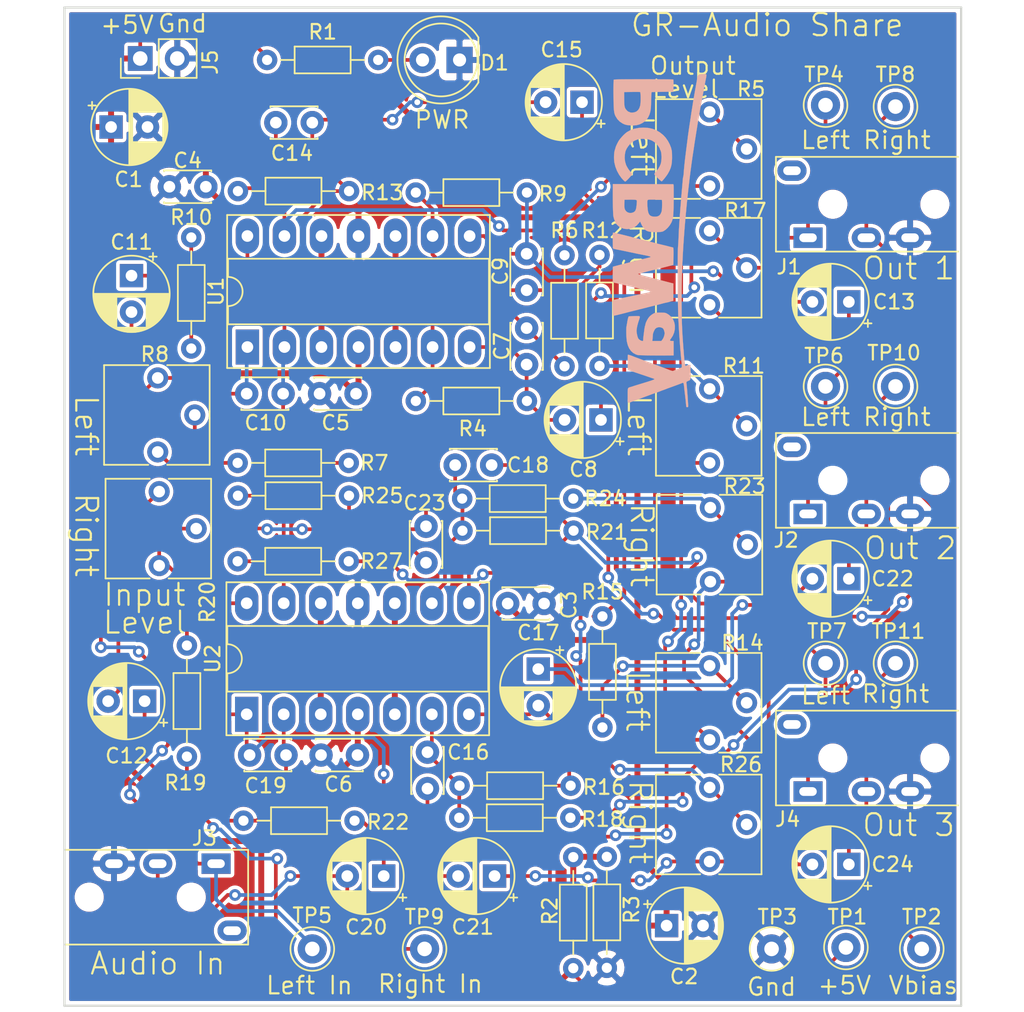
<source format=kicad_pcb>
(kicad_pcb (version 20171130) (host pcbnew "(5.1.2-1)-1")
  (layers (0 F.Cu signal) (31 B.Cu signal) (34 B.Paste user hide) (35 F.Paste user) (36 B.SilkS user) (37 F.SilkS user) (38 B.Mask user hide) (39 F.Mask user hide) (44 Edge.Cuts user))
  (net 0 "")
  (net 1 GNDREF)
  (net 2 +5V)
  (net 3 /Vbias)
  (net 4 /Left_Out1)
  (net 5 "Net-(C9-Pad2)")
  (net 6 "Net-(C10-Pad1)")
  (net 7 /Left_In)
  (net 8 "Net-(C11-Pad1)")
  (net 9 /Left_Out2)
  (net 10 "Net-(C13-Pad2)")
  (net 11 /Left_Out3)
  (net 12 /Right_Out1)
  (net 13 "Net-(C18-Pad2)")
  (net 14 "Net-(C18-Pad1)")
  (net 15 /Right_In)
  (net 16 "Net-(C19-Pad1)")
  (net 17 "Net-(C20-Pad1)")
  (net 18 /Right_Out2)
  (net 19 /Right_Out3)
  (net 20 "Net-(D1-Pad2)")
  (net 21 "Net-(J1-PadS)")
  (net 22 "Net-(J2-PadS)")
  (net 23 "Net-(J3-PadS)")
  (net 24 "Net-(J4-PadS)")
  (net 25 "Net-(R7-Pad2)")
  (net 26 "Net-(R23-Pad2)")
  (net 27 "Net-(C7-Pad1)")
  (net 28 "Net-(C7-Pad2)")
  (net 29 "Net-(C10-Pad2)")
  (net 30 "Net-(C12-Pad1)")
  (net 31 "Net-(C14-Pad2)")
  (net 32 "Net-(C14-Pad1)")
  (net 33 "Net-(C16-Pad1)")
  (net 34 "Net-(C16-Pad2)")
  (net 35 "Net-(C19-Pad2)")
  (net 36 "Net-(C21-Pad1)")
  (net 37 "Net-(C23-Pad1)")
  (net 38 "Net-(C23-Pad2)")
  (net 39 "Net-(R5-Pad2)")
  (net 40 "Net-(R11-Pad2)")
  (net 41 "Net-(R14-Pad2)")
  (net 42 "Net-(R17-Pad2)")
  (net 43 "Net-(R19-Pad2)")
  (net 44 "Net-(R26-Pad2)")
  (module "_Custom_Footprints:pcb way logo" (layer B.Cu) (at 207.011 94.271 270)
    (fp_text reference G*** hide)
    (fp_text value LOGO hide)
  )
  (module Connector_PinHeader_2.54mm:PinHeader_1x02_P2.54mm_Vertical (layer F.Cu) (at 170.711 81.771 90)
    (fp_text reference J5 (at -0.254 4.8006 90) (layer F.SilkS))
    (fp_text value Conn_01x02)
    (pad 1 thru_hole rect (at 0 0 90) (size 1.7 1.7) (drill 1) (layers *.Cu *.Mask) (net 2 +5V))
    (pad 2 thru_hole oval (at 0 2.54 90) (size 1.7 1.7) (drill 1) (layers *.Cu *.Mask) (net 1 GNDREF))
  )
  (module Capacitor_THT:CP_Radial_D5.0mm_P2.50mm (layer F.Cu) (at 168.711 86.471)
    (fp_text reference C1 (at 1.2 3.6) (layer F.SilkS))
    (fp_text value 10uF)
    (pad 2 thru_hole circle (at 2.5 0) (size 1.6 1.6) (drill 0.8) (layers *.Cu *.Mask) (net 1 GNDREF))
    (pad 1 thru_hole rect (at 0 0) (size 1.6 1.6) (drill 0.8) (layers *.Cu *.Mask) (net 2 +5V))
  )
  (module Capacitor_THT:CP_Radial_D5.0mm_P2.50mm (layer F.Cu) (at 206.811 141.271)
    (fp_text reference C2 (at 1.2 3.5) (layer F.SilkS))
    (fp_text value 10uF)
    (pad 2 thru_hole circle (at 2.5 0) (size 1.6 1.6) (drill 0.8) (layers *.Cu *.Mask) (net 1 GNDREF))
    (pad 1 thru_hole rect (at 0 0) (size 1.6 1.6) (drill 0.8) (layers *.Cu *.Mask) (net 3 /Vbias))
  )
  (module Capacitor_THT:C_Disc_D3.0mm_W2.0mm_P2.50mm (layer F.Cu) (at 175.211 90.571 180)
    (fp_text reference C4 (at 1.25 1.8) (layer F.SilkS))
    (fp_text value 100nF)
    (pad 1 thru_hole circle (at 0 0 180) (size 1.6 1.6) (drill 0.8) (layers *.Cu *.Mask) (net 3 /Vbias))
    (pad 2 thru_hole circle (at 2.5 0 180) (size 1.6 1.6) (drill 0.8) (layers *.Cu *.Mask) (net 1 GNDREF))
  )
  (module Capacitor_THT:C_Disc_D3.0mm_W2.0mm_P2.50mm (layer F.Cu) (at 185.511 104.771 180)
    (fp_text reference C5 (at 1.4 -2 180) (layer F.SilkS))
    (fp_text value 100nF)
    (pad 2 thru_hole circle (at 2.5 0 180) (size 1.6 1.6) (drill 0.8) (layers *.Cu *.Mask) (net 1 GNDREF))
    (pad 1 thru_hole circle (at 0 0 180) (size 1.6 1.6) (drill 0.8) (layers *.Cu *.Mask) (net 2 +5V))
  )
  (module Capacitor_THT:C_Disc_D3.0mm_W2.0mm_P2.50mm (layer F.Cu) (at 185.611 129.571 180)
    (fp_text reference C6 (at 1.3 -2 180) (layer F.SilkS))
    (fp_text value 100nF)
    (pad 2 thru_hole circle (at 2.5 0 180) (size 1.6 1.6) (drill 0.8) (layers *.Cu *.Mask) (net 1 GNDREF))
    (pad 1 thru_hole circle (at 0 0 180) (size 1.6 1.6) (drill 0.8) (layers *.Cu *.Mask) (net 2 +5V))
  )
  (module Capacitor_THT:C_Disc_D3.0mm_W2.0mm_P2.50mm (layer F.Cu) (at 197.211 102.771 90)
    (fp_text reference C7 (at 1.25 -1.7 90) (layer F.SilkS))
    (fp_text value 820pF)
    (pad 1 thru_hole circle (at 0 0 90) (size 1.6 1.6) (drill 0.8) (layers *.Cu *.Mask) (net 27 "Net-(C7-Pad1)"))
    (pad 2 thru_hole circle (at 2.5 0 90) (size 1.6 1.6) (drill 0.8) (layers *.Cu *.Mask) (net 28 "Net-(C7-Pad2)"))
  )
  (module Capacitor_THT:CP_Radial_D5.0mm_P2.50mm (layer F.Cu) (at 202.311 106.571 180)
    (fp_text reference C8 (at 1.2 -3.4) (layer F.SilkS))
    (fp_text value 10uF)
    (pad 2 thru_hole circle (at 2.5 0 180) (size 1.6 1.6) (drill 0.8) (layers *.Cu *.Mask) (net 27 "Net-(C7-Pad1)"))
    (pad 1 thru_hole rect (at 0 0 180) (size 1.6 1.6) (drill 0.8) (layers *.Cu *.Mask) (net 4 /Left_Out1))
  )
  (module Capacitor_THT:C_Disc_D3.0mm_W2.0mm_P2.50mm (layer F.Cu) (at 197.211 95.171 270)
    (fp_text reference C9 (at 1.2 1.8 90) (layer F.SilkS))
    (fp_text value 820pF)
    (pad 2 thru_hole circle (at 2.5 0 270) (size 1.6 1.6) (drill 0.8) (layers *.Cu *.Mask) (net 5 "Net-(C9-Pad2)"))
    (pad 1 thru_hole circle (at 0 0 270) (size 1.6 1.6) (drill 0.8) (layers *.Cu *.Mask) (net 10 "Net-(C13-Pad2)"))
  )
  (module Capacitor_THT:C_Disc_D3.0mm_W2.0mm_P2.50mm (layer F.Cu) (at 178.011 104.771)
    (fp_text reference C10 (at 1.3 2 180) (layer F.SilkS))
    (fp_text value 820pF)
    (pad 1 thru_hole circle (at 0 0) (size 1.6 1.6) (drill 0.8) (layers *.Cu *.Mask) (net 6 "Net-(C10-Pad1)"))
    (pad 2 thru_hole circle (at 2.5 0) (size 1.6 1.6) (drill 0.8) (layers *.Cu *.Mask) (net 29 "Net-(C10-Pad2)"))
  )
  (module Capacitor_THT:CP_Radial_D5.0mm_P2.50mm (layer F.Cu) (at 170.111 96.671 270)
    (fp_text reference C11 (at -2.3 0 180) (layer F.SilkS))
    (fp_text value 10uF)
    (pad 1 thru_hole rect (at 0 0 270) (size 1.6 1.6) (drill 0.8) (layers *.Cu *.Mask) (net 8 "Net-(C11-Pad1)"))
    (pad 2 thru_hole circle (at 2.5 0 270) (size 1.6 1.6) (drill 0.8) (layers *.Cu *.Mask) (net 7 /Left_In))
  )
  (module Capacitor_THT:CP_Radial_D5.0mm_P2.50mm (layer F.Cu) (at 171.011 125.871 180)
    (fp_text reference C12 (at 1.25 -3.75) (layer F.SilkS))
    (fp_text value 10uF)
    (pad 1 thru_hole rect (at 0 0 180) (size 1.6 1.6) (drill 0.8) (layers *.Cu *.Mask) (net 30 "Net-(C12-Pad1)"))
    (pad 2 thru_hole circle (at 2.5 0 180) (size 1.6 1.6) (drill 0.8) (layers *.Cu *.Mask) (net 6 "Net-(C10-Pad1)"))
  )
  (module Capacitor_THT:CP_Radial_D5.0mm_P2.50mm (layer F.Cu) (at 219.311 98.471 180)
    (fp_text reference C13 (at -3.1 0) (layer F.SilkS))
    (fp_text value 10uF)
    (pad 1 thru_hole rect (at 0 0 180) (size 1.6 1.6) (drill 0.8) (layers *.Cu *.Mask) (net 9 /Left_Out2))
    (pad 2 thru_hole circle (at 2.5 0 180) (size 1.6 1.6) (drill 0.8) (layers *.Cu *.Mask) (net 10 "Net-(C13-Pad2)"))
  )
  (module Capacitor_THT:C_Disc_D3.0mm_W2.0mm_P2.50mm (layer F.Cu) (at 182.511 86.171 180)
    (fp_text reference C14 (at 1.4 -2.1) (layer F.SilkS))
    (fp_text value 820pF)
    (pad 2 thru_hole circle (at 2.5 0 180) (size 1.6 1.6) (drill 0.8) (layers *.Cu *.Mask) (net 31 "Net-(C14-Pad2)"))
    (pad 1 thru_hole circle (at 0 0 180) (size 1.6 1.6) (drill 0.8) (layers *.Cu *.Mask) (net 32 "Net-(C14-Pad1)"))
  )
  (module Capacitor_THT:CP_Radial_D5.0mm_P2.50mm (layer F.Cu) (at 201.011 84.771 180)
    (fp_text reference C15 (at 1.4 3.6) (layer F.SilkS))
    (fp_text value 10uF)
    (pad 2 thru_hole circle (at 2.5 0 180) (size 1.6 1.6) (drill 0.8) (layers *.Cu *.Mask) (net 32 "Net-(C14-Pad1)"))
    (pad 1 thru_hole rect (at 0 0 180) (size 1.6 1.6) (drill 0.8) (layers *.Cu *.Mask) (net 11 /Left_Out3))
  )
  (module Capacitor_THT:C_Disc_D3.0mm_W2.0mm_P2.50mm (layer F.Cu) (at 190.411 131.871 90)
    (fp_text reference C16 (at 2.5 2.8 180) (layer F.SilkS))
    (fp_text value 820pF)
    (pad 1 thru_hole circle (at 0 0 90) (size 1.6 1.6) (drill 0.8) (layers *.Cu *.Mask) (net 33 "Net-(C16-Pad1)"))
    (pad 2 thru_hole circle (at 2.5 0 90) (size 1.6 1.6) (drill 0.8) (layers *.Cu *.Mask) (net 34 "Net-(C16-Pad2)"))
  )
  (module Capacitor_THT:CP_Radial_D5.0mm_P2.50mm (layer F.Cu) (at 198.011 123.671 270)
    (fp_text reference C17 (at -2.5 0 180) (layer F.SilkS))
    (fp_text value 10uF)
    (pad 1 thru_hole rect (at 0 0 270) (size 1.6 1.6) (drill 0.8) (layers *.Cu *.Mask) (net 12 /Right_Out1))
    (pad 2 thru_hole circle (at 2.5 0 270) (size 1.6 1.6) (drill 0.8) (layers *.Cu *.Mask) (net 33 "Net-(C16-Pad1)"))
  )
  (module Capacitor_THT:C_Disc_D3.0mm_W2.0mm_P2.50mm (layer F.Cu) (at 194.811 109.671 180)
    (fp_text reference C18 (at -2.5 0) (layer F.SilkS))
    (fp_text value 820pF)
    (pad 1 thru_hole circle (at 0 0 180) (size 1.6 1.6) (drill 0.8) (layers *.Cu *.Mask) (net 14 "Net-(C18-Pad1)"))
    (pad 2 thru_hole circle (at 2.5 0 180) (size 1.6 1.6) (drill 0.8) (layers *.Cu *.Mask) (net 13 "Net-(C18-Pad2)"))
  )
  (module Capacitor_THT:C_Disc_D3.0mm_W2.0mm_P2.50mm (layer F.Cu) (at 178.211 129.571)
    (fp_text reference C19 (at 1.1 2.1 180) (layer F.SilkS))
    (fp_text value 820pF)
    (pad 2 thru_hole circle (at 2.5 0) (size 1.6 1.6) (drill 0.8) (layers *.Cu *.Mask) (net 35 "Net-(C19-Pad2)"))
    (pad 1 thru_hole circle (at 0 0) (size 1.6 1.6) (drill 0.8) (layers *.Cu *.Mask) (net 16 "Net-(C19-Pad1)"))
  )
  (module Capacitor_THT:CP_Radial_D5.0mm_P2.50mm (layer F.Cu) (at 187.411 137.871 180)
    (fp_text reference C20 (at 1.2 -3.5) (layer F.SilkS))
    (fp_text value 10uF)
    (pad 2 thru_hole circle (at 2.5 0 180) (size 1.6 1.6) (drill 0.8) (layers *.Cu *.Mask) (net 15 /Right_In))
    (pad 1 thru_hole rect (at 0 0 180) (size 1.6 1.6) (drill 0.8) (layers *.Cu *.Mask) (net 17 "Net-(C20-Pad1)"))
  )
  (module Capacitor_THT:CP_Radial_D5.0mm_P2.50mm (layer F.Cu) (at 195.011 137.871 180)
    (fp_text reference C21 (at 1.5 -3.5 180) (layer F.SilkS))
    (fp_text value 10uF)
    (pad 2 thru_hole circle (at 2.5 0 180) (size 1.6 1.6) (drill 0.8) (layers *.Cu *.Mask) (net 16 "Net-(C19-Pad1)"))
    (pad 1 thru_hole rect (at 0 0 180) (size 1.6 1.6) (drill 0.8) (layers *.Cu *.Mask) (net 36 "Net-(C21-Pad1)"))
  )
  (module Capacitor_THT:CP_Radial_D5.0mm_P2.50mm (layer F.Cu) (at 219.311 117.471 180)
    (fp_text reference C22 (at -3 0) (layer F.SilkS))
    (fp_text value 10uF)
    (pad 1 thru_hole rect (at 0 0 180) (size 1.6 1.6) (drill 0.8) (layers *.Cu *.Mask) (net 18 /Right_Out2))
    (pad 2 thru_hole circle (at 2.5 0 180) (size 1.6 1.6) (drill 0.8) (layers *.Cu *.Mask) (net 14 "Net-(C18-Pad1)"))
  )
  (module Capacitor_THT:C_Disc_D3.0mm_W2.0mm_P2.50mm (layer F.Cu) (at 190.311 113.871 270)
    (fp_text reference C23 (at -1.6 0.1 180) (layer F.SilkS))
    (fp_text value 820pF)
    (pad 1 thru_hole circle (at 0 0 270) (size 1.6 1.6) (drill 0.8) (layers *.Cu *.Mask) (net 37 "Net-(C23-Pad1)"))
    (pad 2 thru_hole circle (at 2.5 0 270) (size 1.6 1.6) (drill 0.8) (layers *.Cu *.Mask) (net 38 "Net-(C23-Pad2)"))
  )
  (module Capacitor_THT:CP_Radial_D5.0mm_P2.50mm (layer F.Cu) (at 219.311 137.071 180)
    (fp_text reference C24 (at -3 0 180) (layer F.SilkS))
    (fp_text value 10uF)
    (pad 1 thru_hole rect (at 0 0 180) (size 1.6 1.6) (drill 0.8) (layers *.Cu *.Mask) (net 19 /Right_Out3))
    (pad 2 thru_hole circle (at 2.5 0 180) (size 1.6 1.6) (drill 0.8) (layers *.Cu *.Mask) (net 37 "Net-(C23-Pad1)"))
  )
  (module LED_THT:LED_D5.0mm (layer F.Cu) (at 192.611 81.871 180)
    (fp_text reference D1 (at -2.4 -0.2) (layer F.SilkS))
    (fp_text value LED_Small_ALT)
    (pad 1 thru_hole rect (at 0 0 180) (size 1.8 1.8) (drill 0.9) (layers *.Cu *.Mask) (net 1 GNDREF))
    (pad 2 thru_hole circle (at 2.54 0 180) (size 1.8 1.8) (drill 0.9) (layers *.Cu *.Mask) (net 20 "Net-(D1-Pad2)"))
  )
  (module footprints:PJ320A (layer F.Cu) (at 216.511 89.021 270)
    (fp_text reference J1 (at 7.05 1.3 180) (layer F.SilkS))
    (fp_text value "Audio Out 1")
    (pad S thru_hole oval (at 0.45 1.1 180) (size 2 1.4) (drill oval 1.2 0.6) (layers *.Cu *.Mask) (net 21 "Net-(J1-PadS)"))
    (pad T thru_hole rect (at 5.05 0 180) (size 2 1.4) (drill oval 1.2 0.6) (layers *.Cu *.Mask) (net 4 /Left_Out1))
    (pad R1 thru_hole oval (at 5.05 -4 180) (size 2 1.4) (drill oval 1.2 0.6) (layers *.Cu *.Mask) (net 12 /Right_Out1))
    (pad R2 thru_hole oval (at 5.05 -7 180) (size 2 1.4) (drill oval 1.2 0.6) (layers *.Cu *.Mask) (net 1 GNDREF))
    (pad "" np_thru_hole circle (at 2.75 -8.7 180) (size 1.5 1.5) (drill 1.5) (layers *.Cu *.Mask))
    (pad "" np_thru_hole circle (at 2.75 -1.7 180) (size 1.5 1.5) (drill 1.5) (layers *.Cu *.Mask))
  )
  (module footprints:PJ320A (layer F.Cu) (at 216.511 107.971 270)
    (fp_text reference J2 (at 6.85 1.5 180) (layer F.SilkS))
    (fp_text value "Audio Out 2")
    (pad S thru_hole oval (at 0.45 1.1 180) (size 2 1.4) (drill oval 1.2 0.6) (layers *.Cu *.Mask) (net 22 "Net-(J2-PadS)"))
    (pad T thru_hole rect (at 5.05 0 180) (size 2 1.4) (drill oval 1.2 0.6) (layers *.Cu *.Mask) (net 9 /Left_Out2))
    (pad R1 thru_hole oval (at 5.05 -4 180) (size 2 1.4) (drill oval 1.2 0.6) (layers *.Cu *.Mask) (net 18 /Right_Out2))
    (pad R2 thru_hole oval (at 5.05 -7 180) (size 2 1.4) (drill oval 1.2 0.6) (layers *.Cu *.Mask) (net 1 GNDREF))
    (pad "" np_thru_hole circle (at 2.75 -8.7 180) (size 1.5 1.5) (drill 1.5) (layers *.Cu *.Mask))
    (pad "" np_thru_hole circle (at 2.75 -1.7 180) (size 1.5 1.5) (drill 1.5) (layers *.Cu *.Mask))
  )
  (module footprints:PJ320A (layer F.Cu) (at 175.911 142.071 90)
    (fp_text reference J3 (at 6.8 -0.8 180) (layer F.SilkS))
    (fp_text value "Audio In")
    (pad "" np_thru_hole circle (at 2.75 -1.7) (size 1.5 1.5) (drill 1.5) (layers *.Cu *.Mask))
    (pad "" np_thru_hole circle (at 2.75 -8.7) (size 1.5 1.5) (drill 1.5) (layers *.Cu *.Mask))
    (pad R2 thru_hole oval (at 5.05 -7) (size 2 1.4) (drill oval 1.2 0.6) (layers *.Cu *.Mask) (net 1 GNDREF))
    (pad R1 thru_hole oval (at 5.05 -4) (size 2 1.4) (drill oval 1.2 0.6) (layers *.Cu *.Mask) (net 15 /Right_In))
    (pad T thru_hole rect (at 5.05 0) (size 2 1.4) (drill oval 1.2 0.6) (layers *.Cu *.Mask) (net 7 /Left_In))
    (pad S thru_hole oval (at 0.45 1.1) (size 2 1.4) (drill oval 1.2 0.6) (layers *.Cu *.Mask) (net 23 "Net-(J3-PadS)"))
  )
  (module footprints:PJ320A (layer F.Cu) (at 216.511 127.021 270)
    (fp_text reference J4 (at 6.95 1.4 180) (layer F.SilkS))
    (fp_text value "Audio Out 3")
    (pad "" np_thru_hole circle (at 2.75 -1.7 180) (size 1.5 1.5) (drill 1.5) (layers *.Cu *.Mask))
    (pad "" np_thru_hole circle (at 2.75 -8.7 180) (size 1.5 1.5) (drill 1.5) (layers *.Cu *.Mask))
    (pad R2 thru_hole oval (at 5.05 -7 180) (size 2 1.4) (drill oval 1.2 0.6) (layers *.Cu *.Mask) (net 1 GNDREF))
    (pad R1 thru_hole oval (at 5.05 -4 180) (size 2 1.4) (drill oval 1.2 0.6) (layers *.Cu *.Mask) (net 19 /Right_Out3))
    (pad T thru_hole rect (at 5.05 0 180) (size 2 1.4) (drill oval 1.2 0.6) (layers *.Cu *.Mask) (net 11 /Left_Out3))
    (pad S thru_hole oval (at 0.45 1.1 180) (size 2 1.4) (drill oval 1.2 0.6) (layers *.Cu *.Mask) (net 24 "Net-(J4-PadS)"))
  )
  (module Resistor_THT:R_Axial_DIN0204_L3.6mm_D1.6mm_P7.62mm_Horizontal (layer F.Cu) (at 200.411 136.571 270)
    (fp_text reference R2 (at 3.7 1.6 90) (layer F.SilkS))
    (fp_text value 10K)
    (pad 2 thru_hole oval (at 7.62 0 270) (size 1.4 1.4) (drill 0.7) (layers *.Cu *.Mask) (net 2 +5V))
    (pad 1 thru_hole circle (at 0 0 270) (size 1.4 1.4) (drill 0.7) (layers *.Cu *.Mask) (net 3 /Vbias))
  )
  (module Resistor_THT:R_Axial_DIN0204_L3.6mm_D1.6mm_P7.62mm_Horizontal (layer F.Cu) (at 202.711 144.171 90)
    (fp_text reference R3 (at 4 1.7 90) (layer F.SilkS))
    (fp_text value 4.7K)
    (pad 1 thru_hole circle (at 0 0 90) (size 1.4 1.4) (drill 0.7) (layers *.Cu *.Mask) (net 1 GNDREF))
    (pad 2 thru_hole oval (at 7.62 0 90) (size 1.4 1.4) (drill 0.7) (layers *.Cu *.Mask) (net 3 /Vbias))
  )
  (module Resistor_THT:R_Axial_DIN0204_L3.6mm_D1.6mm_P7.62mm_Horizontal (layer F.Cu) (at 189.611 105.271)
    (fp_text reference R4 (at 3.9 1.9) (layer F.SilkS))
    (fp_text value 3K3)
    (pad 1 thru_hole circle (at 0 0) (size 1.4 1.4) (drill 0.7) (layers *.Cu *.Mask) (net 28 "Net-(C7-Pad2)"))
    (pad 2 thru_hole oval (at 7.62 0) (size 1.4 1.4) (drill 0.7) (layers *.Cu *.Mask) (net 27 "Net-(C7-Pad1)"))
  )
  (module Potentiometer_THT:Potentiometer_Vishay_T73YP_Vertical (layer F.Cu) (at 209.761 90.521)
    (fp_text reference R5 (at 2.85 -6.65) (layer F.SilkS))
    (fp_text value 10K)
    (pad 1 thru_hole circle (at 0 0) (size 1.44 1.44) (drill 0.8) (layers *.Cu *.Mask) (net 30 "Net-(C12-Pad1)"))
    (pad 2 thru_hole circle (at 2.54 -2.54) (size 1.44 1.44) (drill 0.8) (layers *.Cu *.Mask) (net 39 "Net-(R5-Pad2)"))
    (pad 3 thru_hole circle (at 0 -5.08) (size 1.44 1.44) (drill 0.8) (layers *.Cu *.Mask) (net 39 "Net-(R5-Pad2)"))
  )
  (module Resistor_THT:R_Axial_DIN0204_L3.6mm_D1.6mm_P7.62mm_Horizontal (layer F.Cu) (at 199.811 95.271 270)
    (fp_text reference R6 (at -1.7 0 180) (layer F.SilkS))
    (fp_text value 1K)
    (pad 2 thru_hole oval (at 7.62 0 270) (size 1.4 1.4) (drill 0.7) (layers *.Cu *.Mask) (net 28 "Net-(C7-Pad2)"))
    (pad 1 thru_hole circle (at 0 0 270) (size 1.4 1.4) (drill 0.7) (layers *.Cu *.Mask) (net 39 "Net-(R5-Pad2)"))
  )
  (module Resistor_THT:R_Axial_DIN0204_L3.6mm_D1.6mm_P7.62mm_Horizontal (layer F.Cu) (at 185.011 109.521 180)
    (fp_text reference R7 (at -1.75 0) (layer F.SilkS))
    (fp_text value 300r)
    (pad 1 thru_hole circle (at 0 0 180) (size 1.4 1.4) (drill 0.7) (layers *.Cu *.Mask) (net 29 "Net-(C10-Pad2)"))
    (pad 2 thru_hole oval (at 7.62 0 180) (size 1.4 1.4) (drill 0.7) (layers *.Cu *.Mask) (net 25 "Net-(R7-Pad2)"))
  )
  (module Potentiometer_THT:Potentiometer_Vishay_T73YP_Vertical (layer F.Cu) (at 171.911 108.771)
    (fp_text reference R8 (at -0.2 -6.7) (layer F.SilkS))
    (fp_text value 10K)
    (pad 1 thru_hole circle (at 0 0) (size 1.44 1.44) (drill 0.8) (layers *.Cu *.Mask) (net 25 "Net-(R7-Pad2)"))
    (pad 2 thru_hole circle (at 2.54 -2.54) (size 1.44 1.44) (drill 0.8) (layers *.Cu *.Mask) (net 25 "Net-(R7-Pad2)"))
    (pad 3 thru_hole circle (at 0 -5.08) (size 1.44 1.44) (drill 0.8) (layers *.Cu *.Mask) (net 6 "Net-(C10-Pad1)"))
  )
  (module Resistor_THT:R_Axial_DIN0204_L3.6mm_D1.6mm_P7.62mm_Horizontal (layer F.Cu) (at 189.611 90.971)
    (fp_text reference R9 (at 9.4 0.1) (layer F.SilkS))
    (fp_text value 3K3)
    (pad 1 thru_hole circle (at 0 0) (size 1.4 1.4) (drill 0.7) (layers *.Cu *.Mask) (net 5 "Net-(C9-Pad2)"))
    (pad 2 thru_hole oval (at 7.62 0) (size 1.4 1.4) (drill 0.7) (layers *.Cu *.Mask) (net 10 "Net-(C13-Pad2)"))
  )
  (module Resistor_THT:R_Axial_DIN0204_L3.6mm_D1.6mm_P7.62mm_Horizontal (layer F.Cu) (at 174.211 101.671 90)
    (fp_text reference R10 (at 9 0 180) (layer F.SilkS))
    (fp_text value 2K)
    (pad 1 thru_hole circle (at 0 0 90) (size 1.4 1.4) (drill 0.7) (layers *.Cu *.Mask) (net 8 "Net-(C11-Pad1)"))
    (pad 2 thru_hole oval (at 7.62 0 90) (size 1.4 1.4) (drill 0.7) (layers *.Cu *.Mask) (net 29 "Net-(C10-Pad2)"))
  )
  (module Potentiometer_THT:Potentiometer_Vishay_T73YP_Vertical (layer F.Cu) (at 209.761 109.521)
    (fp_text reference R11 (at 2.35 -6.65) (layer F.SilkS))
    (fp_text value 10K)
    (pad 3 thru_hole circle (at 0 -5.08) (size 1.44 1.44) (drill 0.8) (layers *.Cu *.Mask) (net 40 "Net-(R11-Pad2)"))
    (pad 2 thru_hole circle (at 2.54 -2.54) (size 1.44 1.44) (drill 0.8) (layers *.Cu *.Mask) (net 40 "Net-(R11-Pad2)"))
    (pad 1 thru_hole circle (at 0 0) (size 1.44 1.44) (drill 0.8) (layers *.Cu *.Mask) (net 30 "Net-(C12-Pad1)"))
  )
  (module Resistor_THT:R_Axial_DIN0204_L3.6mm_D1.6mm_P7.62mm_Horizontal (layer F.Cu) (at 202.211 102.871 90)
    (fp_text reference R12 (at 9.3 0.2 180) (layer F.SilkS))
    (fp_text value 1K)
    (pad 2 thru_hole oval (at 7.62 0 90) (size 1.4 1.4) (drill 0.7) (layers *.Cu *.Mask) (net 5 "Net-(C9-Pad2)"))
    (pad 1 thru_hole circle (at 0 0 90) (size 1.4 1.4) (drill 0.7) (layers *.Cu *.Mask) (net 40 "Net-(R11-Pad2)"))
  )
  (module Resistor_THT:R_Axial_DIN0204_L3.6mm_D1.6mm_P7.62mm_Horizontal (layer F.Cu) (at 177.411 90.871)
    (fp_text reference R13 (at 9.9 0.1) (layer F.SilkS))
    (fp_text value 3K3)
    (pad 1 thru_hole circle (at 0 0) (size 1.4 1.4) (drill 0.7) (layers *.Cu *.Mask) (net 31 "Net-(C14-Pad2)"))
    (pad 2 thru_hole oval (at 7.62 0) (size 1.4 1.4) (drill 0.7) (layers *.Cu *.Mask) (net 32 "Net-(C14-Pad1)"))
  )
  (module Potentiometer_THT:Potentiometer_Vishay_T73YP_Vertical (layer F.Cu) (at 209.761 128.521)
    (fp_text reference R14 (at 2.25 -6.65) (layer F.SilkS))
    (fp_text value 10K)
    (pad 3 thru_hole circle (at 0 -5.08) (size 1.44 1.44) (drill 0.8) (layers *.Cu *.Mask) (net 41 "Net-(R14-Pad2)"))
    (pad 2 thru_hole circle (at 2.54 -2.54) (size 1.44 1.44) (drill 0.8) (layers *.Cu *.Mask) (net 41 "Net-(R14-Pad2)"))
    (pad 1 thru_hole circle (at 0 0) (size 1.44 1.44) (drill 0.8) (layers *.Cu *.Mask) (net 30 "Net-(C12-Pad1)"))
  )
  (module Resistor_THT:R_Axial_DIN0204_L3.6mm_D1.6mm_P7.62mm_Horizontal (layer F.Cu) (at 202.411 127.671 90)
    (fp_text reference R15 (at 9.3 0 180) (layer F.SilkS))
    (fp_text value 1K)
    (pad 2 thru_hole oval (at 7.62 0 90) (size 1.4 1.4) (drill 0.7) (layers *.Cu *.Mask) (net 31 "Net-(C14-Pad2)"))
    (pad 1 thru_hole circle (at 0 0 90) (size 1.4 1.4) (drill 0.7) (layers *.Cu *.Mask) (net 41 "Net-(R14-Pad2)"))
  )
  (module Resistor_THT:R_Axial_DIN0204_L3.6mm_D1.6mm_P7.62mm_Horizontal (layer F.Cu) (at 192.611 131.671)
    (fp_text reference R16 (at 9.9 0.1) (layer F.SilkS))
    (fp_text value 3K3)
    (pad 2 thru_hole oval (at 7.62 0) (size 1.4 1.4) (drill 0.7) (layers *.Cu *.Mask) (net 33 "Net-(C16-Pad1)"))
    (pad 1 thru_hole circle (at 0 0) (size 1.4 1.4) (drill 0.7) (layers *.Cu *.Mask) (net 34 "Net-(C16-Pad2)"))
  )
  (module Potentiometer_THT:Potentiometer_Vishay_T73YP_Vertical (layer F.Cu) (at 209.761 98.671)
    (fp_text reference R17 (at 2.45 -6.45) (layer F.SilkS))
    (fp_text value 10K)
    (pad 1 thru_hole circle (at 0 0) (size 1.44 1.44) (drill 0.8) (layers *.Cu *.Mask) (net 36 "Net-(C21-Pad1)"))
    (pad 2 thru_hole circle (at 2.54 -2.54) (size 1.44 1.44) (drill 0.8) (layers *.Cu *.Mask) (net 42 "Net-(R17-Pad2)"))
    (pad 3 thru_hole circle (at 0 -5.08) (size 1.44 1.44) (drill 0.8) (layers *.Cu *.Mask) (net 42 "Net-(R17-Pad2)"))
  )
  (module Resistor_THT:R_Axial_DIN0204_L3.6mm_D1.6mm_P7.62mm_Horizontal (layer F.Cu) (at 200.211 133.871 180)
    (fp_text reference R18 (at -2.2 -0.1) (layer F.SilkS))
    (fp_text value 1K)
    (pad 1 thru_hole circle (at 0 0 180) (size 1.4 1.4) (drill 0.7) (layers *.Cu *.Mask) (net 42 "Net-(R17-Pad2)"))
    (pad 2 thru_hole oval (at 7.62 0 180) (size 1.4 1.4) (drill 0.7) (layers *.Cu *.Mask) (net 34 "Net-(C16-Pad2)"))
  )
  (module Resistor_THT:R_Axial_DIN0204_L3.6mm_D1.6mm_P7.62mm_Horizontal (layer F.Cu) (at 173.911 129.671 90)
    (fp_text reference R19 (at -1.8 -0.1 180) (layer F.SilkS))
    (fp_text value 300r)
    (pad 1 thru_hole circle (at 0 0 90) (size 1.4 1.4) (drill 0.7) (layers *.Cu *.Mask) (net 35 "Net-(C19-Pad2)"))
    (pad 2 thru_hole oval (at 7.62 0 90) (size 1.4 1.4) (drill 0.7) (layers *.Cu *.Mask) (net 43 "Net-(R19-Pad2)"))
  )
  (module Potentiometer_THT:Potentiometer_Vishay_T73YP_Vertical (layer F.Cu) (at 172.011 116.571)
    (fp_text reference R20 (at 3.3 2.5 270) (layer F.SilkS))
    (fp_text value 10K)
    (pad 3 thru_hole circle (at 0 -5.08) (size 1.44 1.44) (drill 0.8) (layers *.Cu *.Mask) (net 16 "Net-(C19-Pad1)"))
    (pad 2 thru_hole circle (at 2.54 -2.54) (size 1.44 1.44) (drill 0.8) (layers *.Cu *.Mask) (net 43 "Net-(R19-Pad2)"))
    (pad 1 thru_hole circle (at 0 0) (size 1.44 1.44) (drill 0.8) (layers *.Cu *.Mask) (net 43 "Net-(R19-Pad2)"))
  )
  (module Resistor_THT:R_Axial_DIN0204_L3.6mm_D1.6mm_P7.62mm_Horizontal (layer F.Cu) (at 192.811 114.171)
    (fp_text reference R21 (at 9.9 0.1 180) (layer F.SilkS))
    (fp_text value 3K3)
    (pad 1 thru_hole circle (at 0 0) (size 1.4 1.4) (drill 0.7) (layers *.Cu *.Mask) (net 13 "Net-(C18-Pad2)"))
    (pad 2 thru_hole oval (at 7.62 0) (size 1.4 1.4) (drill 0.7) (layers *.Cu *.Mask) (net 14 "Net-(C18-Pad1)"))
  )
  (module Resistor_THT:R_Axial_DIN0204_L3.6mm_D1.6mm_P7.62mm_Horizontal (layer F.Cu) (at 185.411 134.071 180)
    (fp_text reference R22 (at -2.3 -0.1) (layer F.SilkS))
    (fp_text value 2K)
    (pad 1 thru_hole circle (at 0 0 180) (size 1.4 1.4) (drill 0.7) (layers *.Cu *.Mask) (net 17 "Net-(C20-Pad1)"))
    (pad 2 thru_hole oval (at 7.62 0 180) (size 1.4 1.4) (drill 0.7) (layers *.Cu *.Mask) (net 35 "Net-(C19-Pad2)"))
  )
  (module Potentiometer_THT:Potentiometer_Vishay_T73YP_Vertical (layer F.Cu) (at 209.811 117.671)
    (fp_text reference R23 (at 2.35 -6.55) (layer F.SilkS))
    (fp_text value 10K)
    (pad 3 thru_hole circle (at 0 -5.08) (size 1.44 1.44) (drill 0.8) (layers *.Cu *.Mask) (net 26 "Net-(R23-Pad2)"))
    (pad 2 thru_hole circle (at 2.54 -2.54) (size 1.44 1.44) (drill 0.8) (layers *.Cu *.Mask) (net 26 "Net-(R23-Pad2)"))
    (pad 1 thru_hole circle (at 0 0) (size 1.44 1.44) (drill 0.8) (layers *.Cu *.Mask) (net 36 "Net-(C21-Pad1)"))
  )
  (module Resistor_THT:R_Axial_DIN0204_L3.6mm_D1.6mm_P7.62mm_Horizontal (layer F.Cu) (at 200.411 111.971 180)
    (fp_text reference R24 (at -2.2 0) (layer F.SilkS))
    (fp_text value 1K)
    (pad 1 thru_hole circle (at 0 0 180) (size 1.4 1.4) (drill 0.7) (layers *.Cu *.Mask) (net 26 "Net-(R23-Pad2)"))
    (pad 2 thru_hole oval (at 7.62 0 180) (size 1.4 1.4) (drill 0.7) (layers *.Cu *.Mask) (net 13 "Net-(C18-Pad2)"))
  )
  (module Resistor_THT:R_Axial_DIN0204_L3.6mm_D1.6mm_P7.62mm_Horizontal (layer F.Cu) (at 177.411 111.771)
    (fp_text reference R25 (at 9.9 0) (layer F.SilkS))
    (fp_text value 3K3)
    (pad 2 thru_hole oval (at 7.62 0) (size 1.4 1.4) (drill 0.7) (layers *.Cu *.Mask) (net 37 "Net-(C23-Pad1)"))
    (pad 1 thru_hole circle (at 0 0) (size 1.4 1.4) (drill 0.7) (layers *.Cu *.Mask) (net 38 "Net-(C23-Pad2)"))
  )
  (module Potentiometer_THT:Potentiometer_Vishay_T73YP_Vertical (layer F.Cu) (at 209.761 136.871)
    (fp_text reference R26 (at 2.15 -6.65) (layer F.SilkS))
    (fp_text value 10K)
    (pad 1 thru_hole circle (at 0 0) (size 1.44 1.44) (drill 0.8) (layers *.Cu *.Mask) (net 36 "Net-(C21-Pad1)"))
    (pad 2 thru_hole circle (at 2.54 -2.54) (size 1.44 1.44) (drill 0.8) (layers *.Cu *.Mask) (net 44 "Net-(R26-Pad2)"))
    (pad 3 thru_hole circle (at 0 -5.08) (size 1.44 1.44) (drill 0.8) (layers *.Cu *.Mask) (net 44 "Net-(R26-Pad2)"))
  )
  (module Resistor_THT:R_Axial_DIN0204_L3.6mm_D1.6mm_P7.62mm_Horizontal (layer F.Cu) (at 185.011 116.271 180)
    (fp_text reference R27 (at -2.25 0) (layer F.SilkS))
    (fp_text value 1K)
    (pad 1 thru_hole circle (at 0 0 180) (size 1.4 1.4) (drill 0.7) (layers *.Cu *.Mask) (net 44 "Net-(R26-Pad2)"))
    (pad 2 thru_hole oval (at 7.62 0 180) (size 1.4 1.4) (drill 0.7) (layers *.Cu *.Mask) (net 38 "Net-(C23-Pad2)"))
  )
  (module Resistor_THT:R_Axial_DIN0204_L3.6mm_D1.6mm_P7.62mm_Horizontal (layer F.Cu) (at 179.411 81.871)
    (fp_text reference R1 (at 3.81 -1.92) (layer F.SilkS))
    (fp_text value 300r)
    (pad 2 thru_hole oval (at 7.62 0) (size 1.4 1.4) (drill 0.7) (layers *.Cu *.Mask) (net 20 "Net-(D1-Pad2)"))
    (pad 1 thru_hole circle (at 0 0) (size 1.4 1.4) (drill 0.7) (layers *.Cu *.Mask) (net 2 +5V))
  )
  (module TestPoint:TestPoint_Loop_D1.80mm_Drill1.0mm_Beaded (layer F.Cu) (at 219.111 142.771)
    (fp_text reference TP1 (at 0.1 -2.1) (layer F.SilkS))
    (fp_text value TestPoint)
    (pad 1 thru_hole circle (at 0 0) (size 2 2) (drill 1) (layers *.Cu *.Mask) (net 2 +5V))
  )
  (module TestPoint:TestPoint_Loop_D1.80mm_Drill1.0mm_Beaded (layer F.Cu) (at 224.311 142.871)
    (fp_text reference TP2 (at 0 -2.2) (layer F.SilkS))
    (fp_text value TestPoint)
    (pad 1 thru_hole circle (at 0 0) (size 2 2) (drill 1) (layers *.Cu *.Mask) (net 3 /Vbias))
  )
  (module TestPoint:TestPoint_Loop_D1.80mm_Drill1.0mm_Beaded (layer F.Cu) (at 214.011 142.871)
    (fp_text reference TP3 (at 0.4 -2.2) (layer F.SilkS))
    (fp_text value TestPoint)
    (pad 1 thru_hole circle (at 0 0) (size 2 2) (drill 1) (layers *.Cu *.Mask) (net 1 GNDREF))
  )
  (module TestPoint:TestPoint_Loop_D1.80mm_Drill1.0mm_Beaded (layer F.Cu) (at 217.711 84.971)
    (fp_text reference TP4 (at -0.1 -2.1) (layer F.SilkS))
    (fp_text value TestPoint)
    (pad 1 thru_hole circle (at 0 0) (size 2 2) (drill 1) (layers *.Cu *.Mask) (net 4 /Left_Out1))
  )
  (module TestPoint:TestPoint_Loop_D1.80mm_Drill1.0mm_Beaded (layer F.Cu) (at 182.511 142.871)
    (fp_text reference TP5 (at 0 -2.3) (layer F.SilkS))
    (fp_text value TestPoint)
    (pad 1 thru_hole circle (at 0 0) (size 2 2) (drill 1) (layers *.Cu *.Mask) (net 7 /Left_In))
  )
  (module TestPoint:TestPoint_Loop_D1.80mm_Drill1.0mm_Beaded (layer F.Cu) (at 217.711 104.271)
    (fp_text reference TP6 (at -0.1 -2.1) (layer F.SilkS))
    (fp_text value TestPoint)
    (pad 1 thru_hole circle (at 0 0) (size 2 2) (drill 1) (layers *.Cu *.Mask) (net 9 /Left_Out2))
  )
  (module TestPoint:TestPoint_Loop_D1.80mm_Drill1.0mm_Beaded (layer F.Cu) (at 217.711 123.271)
    (fp_text reference TP7 (at 0.1 -2.2 180) (layer F.SilkS))
    (fp_text value TestPoint)
    (pad 1 thru_hole circle (at 0 0) (size 2 2) (drill 1) (layers *.Cu *.Mask) (net 11 /Left_Out3))
  )
  (module TestPoint:TestPoint_Loop_D1.80mm_Drill1.0mm_Beaded (layer F.Cu) (at 222.511 85.071)
    (fp_text reference TP8 (at 0 -2.2) (layer F.SilkS))
    (fp_text value TestPoint)
    (pad 1 thru_hole circle (at 0 0) (size 2 2) (drill 1) (layers *.Cu *.Mask) (net 12 /Right_Out1))
  )
  (module TestPoint:TestPoint_Loop_D1.80mm_Drill1.0mm_Beaded (layer F.Cu) (at 190.211 142.871)
    (fp_text reference TP9 (at 0 -2.2) (layer F.SilkS))
    (fp_text value TestPoint)
    (pad 1 thru_hole circle (at 0 0) (size 2 2) (drill 1) (layers *.Cu *.Mask) (net 15 /Right_In))
  )
  (module TestPoint:TestPoint_Loop_D1.80mm_Drill1.0mm_Beaded (layer F.Cu) (at 222.511 104.271)
    (fp_text reference TP10 (at -0.1 -2.3) (layer F.SilkS))
    (fp_text value TestPoint)
    (pad 1 thru_hole circle (at 0 0) (size 2 2) (drill 1) (layers *.Cu *.Mask) (net 18 /Right_Out2))
  )
  (module TestPoint:TestPoint_Loop_D1.80mm_Drill1.0mm_Beaded (layer F.Cu) (at 222.511 123.271)
    (fp_text reference TP11 (at 0.2 -2.2) (layer F.SilkS))
    (fp_text value TestPoint)
    (pad 1 thru_hole circle (at 0 0) (size 2 2) (drill 1) (layers *.Cu *.Mask) (net 19 /Right_Out3))
  )
  (module Package_DIP:DIP-14_W7.62mm_Socket_LongPads (layer F.Cu) (at 178.061 101.571 90)
    (fp_text reference U1 (at 3.81 -2.15 90) (layer F.SilkS))
    (fp_text value TLC274)
    (pad 14 thru_hole oval (at 7.62 0 90) (size 2.4 1.6) (drill 0.8) (layers *.Cu *.Mask) (net 32 "Net-(C14-Pad1)"))
    (pad 7 thru_hole oval (at 0 15.24 90) (size 2.4 1.6) (drill 0.8) (layers *.Cu *.Mask) (net 27 "Net-(C7-Pad1)"))
    (pad 13 thru_hole oval (at 7.62 2.54 90) (size 2.4 1.6) (drill 0.8) (layers *.Cu *.Mask) (net 31 "Net-(C14-Pad2)"))
    (pad 6 thru_hole oval (at 0 12.7 90) (size 2.4 1.6) (drill 0.8) (layers *.Cu *.Mask) (net 28 "Net-(C7-Pad2)"))
    (pad 12 thru_hole oval (at 7.62 5.08 90) (size 2.4 1.6) (drill 0.8) (layers *.Cu *.Mask) (net 3 /Vbias))
    (pad 5 thru_hole oval (at 0 10.16 90) (size 2.4 1.6) (drill 0.8) (layers *.Cu *.Mask) (net 3 /Vbias))
    (pad 11 thru_hole oval (at 7.62 7.62 90) (size 2.4 1.6) (drill 0.8) (layers *.Cu *.Mask) (net 1 GNDREF))
    (pad 4 thru_hole oval (at 0 7.62 90) (size 2.4 1.6) (drill 0.8) (layers *.Cu *.Mask) (net 2 +5V))
    (pad 10 thru_hole oval (at 7.62 10.16 90) (size 2.4 1.6) (drill 0.8) (layers *.Cu *.Mask) (net 3 /Vbias))
    (pad 3 thru_hole oval (at 0 5.08 90) (size 2.4 1.6) (drill 0.8) (layers *.Cu *.Mask) (net 3 /Vbias))
    (pad 9 thru_hole oval (at 7.62 12.7 90) (size 2.4 1.6) (drill 0.8) (layers *.Cu *.Mask) (net 5 "Net-(C9-Pad2)"))
    (pad 2 thru_hole oval (at 0 2.54 90) (size 2.4 1.6) (drill 0.8) (layers *.Cu *.Mask) (net 29 "Net-(C10-Pad2)"))
    (pad 8 thru_hole oval (at 7.62 15.24 90) (size 2.4 1.6) (drill 0.8) (layers *.Cu *.Mask) (net 10 "Net-(C13-Pad2)"))
    (pad 1 thru_hole rect (at 0 0 90) (size 2.4 1.6) (drill 0.8) (layers *.Cu *.Mask) (net 6 "Net-(C10-Pad1)"))
  )
  (module Package_DIP:DIP-14_W7.62mm_Socket_LongPads (layer F.Cu) (at 178.011 126.771 90)
    (fp_text reference U2 (at 3.81 -2.33 90) (layer F.SilkS))
    (fp_text value TLC274)
    (pad 1 thru_hole rect (at 0 0 90) (size 2.4 1.6) (drill 0.8) (layers *.Cu *.Mask) (net 16 "Net-(C19-Pad1)"))
    (pad 8 thru_hole oval (at 7.62 15.24 90) (size 2.4 1.6) (drill 0.8) (layers *.Cu *.Mask) (net 14 "Net-(C18-Pad1)"))
    (pad 2 thru_hole oval (at 0 2.54 90) (size 2.4 1.6) (drill 0.8) (layers *.Cu *.Mask) (net 35 "Net-(C19-Pad2)"))
    (pad 9 thru_hole oval (at 7.62 12.7 90) (size 2.4 1.6) (drill 0.8) (layers *.Cu *.Mask) (net 13 "Net-(C18-Pad2)"))
    (pad 3 thru_hole oval (at 0 5.08 90) (size 2.4 1.6) (drill 0.8) (layers *.Cu *.Mask) (net 3 /Vbias))
    (pad 10 thru_hole oval (at 7.62 10.16 90) (size 2.4 1.6) (drill 0.8) (layers *.Cu *.Mask) (net 3 /Vbias))
    (pad 4 thru_hole oval (at 0 7.62 90) (size 2.4 1.6) (drill 0.8) (layers *.Cu *.Mask) (net 2 +5V))
    (pad 11 thru_hole oval (at 7.62 7.62 90) (size 2.4 1.6) (drill 0.8) (layers *.Cu *.Mask) (net 1 GNDREF))
    (pad 5 thru_hole oval (at 0 10.16 90) (size 2.4 1.6) (drill 0.8) (layers *.Cu *.Mask) (net 3 /Vbias))
    (pad 12 thru_hole oval (at 7.62 5.08 90) (size 2.4 1.6) (drill 0.8) (layers *.Cu *.Mask) (net 3 /Vbias))
    (pad 6 thru_hole oval (at 0 12.7 90) (size 2.4 1.6) (drill 0.8) (layers *.Cu *.Mask) (net 34 "Net-(C16-Pad2)"))
    (pad 13 thru_hole oval (at 7.62 2.54 90) (size 2.4 1.6) (drill 0.8) (layers *.Cu *.Mask) (net 38 "Net-(C23-Pad2)"))
    (pad 7 thru_hole oval (at 0 15.24 90) (size 2.4 1.6) (drill 0.8) (layers *.Cu *.Mask) (net 33 "Net-(C16-Pad1)"))
    (pad 14 thru_hole oval (at 7.62 0 90) (size 2.4 1.6) (drill 0.8) (layers *.Cu *.Mask) (net 37 "Net-(C23-Pad1)"))
  )
  (module Capacitor_THT:C_Disc_D3.0mm_W2.0mm_P2.50mm (layer F.Cu) (at 195.911 119.171)
    (fp_text reference C3 (at 4.2 0.1 90) (layer F.SilkS))
    (fp_text value 100nF)
    (pad 1 thru_hole circle (at 0 0) (size 1.6 1.6) (drill 0.8) (layers *.Cu *.Mask) (net 3 /Vbias))
    (pad 2 thru_hole circle (at 2.5 0) (size 1.6 1.6) (drill 0.8) (layers *.Cu *.Mask) (net 1 GNDREF))
  )
  (gr_text Level (at 208.111 83.871) (layer F.SilkS) (effects (font (size 1.2 1.2))))
  (gr_text Output (at 208.611 82.271) (layer F.SilkS) (effects (font (size 1.2 1.2))))
  (gr_text Level (at 171.011 120.471) (layer F.SilkS) (effects (font (size 1.5 1.5))))
  (gr_text Input (at 171.011 118.571) (layer F.SilkS) (effects (font (size 1.5 1.5))))
  (gr_line (start 165.511 78.271) (end 165.511 146.771) (layer Edge.Cuts) (width 0.15))
  (gr_line (start 227.011 78.271) (end 165.511 78.271) (layer Edge.Cuts) (width 0.15))
  (gr_line (start 227.011 146.771) (end 227.011 78.271) (layer Edge.Cuts) (width 0.15))
  (gr_line (start 165.511 146.771) (end 227.011 146.771) (layer Edge.Cuts) (width 0.15))
  (gr_text Right (at 205.011 134.171 270) (layer F.SilkS) (effects (font (size 1.5 1.5))))
  (gr_text Right (at 205.111 115.171 270) (layer F.SilkS) (effects (font (size 1.5 1.5))))
  (gr_text Left (at 204.811 125.871 270) (layer F.SilkS) (effects (font (size 1.5 1.5))))
  (gr_text Left (at 204.911 106.971 270) (layer F.SilkS) (effects (font (size 1.5 1.5))))
  (gr_text Right (at 205.011 95.971 270) (layer F.SilkS) (effects (font (size 1.5 1.5))))
  (gr_text Left (at 205.111 87.771 270) (layer F.SilkS) (effects (font (size 1.5 1.5))))
  (gr_text Right (at 167.011 114.471 270) (layer F.SilkS) (effects (font (size 1.5 1.5))))
  (gr_text Left (at 167.011 106.971 270) (layer F.SilkS) (effects (font (size 1.5 1.5))))
  (gr_text "Out 3" (at 223.411 134.371) (layer F.SilkS) (effects (font (size 1.5 1.5))))
  (gr_text "Out 2" (at 223.511 115.371) (layer F.SilkS) (effects (font (size 1.5 1.5))))
  (gr_text "Out 1" (at 223.411 96.171) (layer F.SilkS) (effects (font (size 1.5 1.5))))
  (gr_text "Audio In" (at 171.911 143.871) (layer F.SilkS) (effects (font (size 1.5 1.5))))
  (gr_text Right (at 222.611 87.371) (layer F.SilkS) (effects (font (size 1.2 1.2))))
  (gr_text Left (at 217.711 87.371) (layer F.SilkS) (effects (font (size 1.2 1.2))))
  (gr_text Right (at 222.611 106.371) (layer F.SilkS) (effects (font (size 1.2 1.2))))
  (gr_text Left (at 217.711 106.371) (layer F.SilkS) (effects (font (size 1.2 1.2))))
  (gr_text Right (at 222.511 125.371) (layer F.SilkS) (effects (font (size 1.2 1.2))))
  (gr_text Left (at 217.711 125.471) (layer F.SilkS) (effects (font (size 1.2 1.2))))
  (gr_text Vbias (at 224.411 145.371) (layer F.SilkS) (effects (font (size 1.2 1.2))))
  (gr_text +5V (at 219.011 145.371) (layer F.SilkS) (effects (font (size 1.2 1.2))))
  (gr_text Gnd (at 214.011 145.471) (layer F.SilkS) (effects (font (size 1.2 1.2))))
  (gr_text "Right In" (at 190.611 145.271) (layer F.SilkS) (effects (font (size 1.2 1.2))))
  (gr_text "Left In" (at 182.311 145.371) (layer F.SilkS) (effects (font (size 1.2 1.2))))
  (gr_text PWR (at 191.411 85.971) (layer F.SilkS) (effects (font (size 1.2 1.2))))
  (gr_text +5V (at 169.811 79.471) (layer F.SilkS) (effects (font (size 1.2 1.2))))
  (gr_text Gnd (at 173.611 79.371) (layer F.SilkS) (effects (font (size 1.2 1.2))))
  (gr_text "GR-Audio Share" (at 213.711 79.471) (layer F.SilkS) (effects (font (size 1.524 1.524))))
  (segment (start 170.711 81.771) (end 169.211 81.771) (width 0.4064) (layer F.Cu) (net 2))
  (segment (start 168.711 82.271) (end 168.711 86.471) (width 0.4064) (layer F.Cu) (net 2))
  (segment (start 169.211 81.771) (end 168.711 82.271) (width 0.4064) (layer F.Cu) (net 2))
  (segment (start 185.681 104.601) (end 185.511 104.771) (width 0.4064) (layer F.Cu) (net 2))
  (segment (start 185.681 101.571) (end 185.681 104.601) (width 0.4064) (layer F.Cu) (net 2))
  (segment (start 185.511 104.771) (end 185.611 104.771) (width 0.4064) (layer F.Cu) (net 2))
  (segment (start 168.711 91.471) (end 168.711 86.471) (width 0.4064) (layer F.Cu) (net 2))
  (segment (start 175.811 98.571) (end 168.711 91.471) (width 0.4064) (layer F.Cu) (net 2))
  (segment (start 175.811 102.271) (end 175.811 98.571) (width 0.4064) (layer F.Cu) (net 2))
  (segment (start 185.511 104.771) (end 184.111 103.371) (width 0.4064) (layer F.Cu) (net 2))
  (segment (start 176.911 103.371) (end 175.811 102.271) (width 0.4064) (layer F.Cu) (net 2))
  (segment (start 184.111 103.371) (end 176.911 103.371) (width 0.4064) (layer F.Cu) (net 2))
  (segment (start 185.631 129.551) (end 185.611 129.571) (width 0.4064) (layer F.Cu) (net 2))
  (segment (start 185.631 126.771) (end 185.631 129.551) (width 0.4064) (layer F.Cu) (net 2))
  (segment (start 185.611 129.571) (end 185.511 129.571) (width 0.4064) (layer F.Cu) (net 2))
  (segment (start 185.511 129.571) (end 179.611 135.471) (width 0.4064) (layer F.Cu) (net 2))
  (segment (start 175.011 135.471) (end 169.511 129.971) (width 0.4064) (layer F.Cu) (net 2))
  (segment (start 169.511 129.971) (end 168.311 129.971) (width 0.4064) (layer F.Cu) (net 2))
  (segment (start 168.311 129.971) (end 166.711 128.371) (width 0.4064) (layer F.Cu) (net 2))
  (segment (start 166.711 128.371) (end 166.711 87.071) (width 0.4064) (layer F.Cu) (net 2))
  (segment (start 167.311 86.471) (end 168.711 86.471) (width 0.4064) (layer F.Cu) (net 2))
  (segment (start 166.711 87.071) (end 167.311 86.471) (width 0.4064) (layer F.Cu) (net 2))
  (segment (start 179.011 135.471) (end 175.011 135.471) (width 0.4064) (layer F.Cu) (net 2))
  (segment (start 179.611 135.471) (end 179.011 135.471) (width 0.4064) (layer F.Cu) (net 2))
  (segment (start 179.411 81.871) (end 179.411 81.671) (width 0.254) (layer F.Cu) (net 2))
  (segment (start 179.411 81.671) (end 177.211 79.471) (width 0.254) (layer F.Cu) (net 2))
  (segment (start 177.211 79.471) (end 171.311 79.471) (width 0.254) (layer F.Cu) (net 2))
  (segment (start 170.711 80.071) (end 170.711 81.771) (width 0.254) (layer F.Cu) (net 2))
  (segment (start 171.311 79.471) (end 170.711 80.071) (width 0.254) (layer F.Cu) (net 2))
  (segment (start 200.411 144.191) (end 200.411 144.571) (width 0.254) (layer F.Cu) (net 2))
  (segment (start 200.411 144.571) (end 201.611 145.771) (width 0.254) (layer F.Cu) (net 2))
  (segment (start 216.111 145.771) (end 219.111 142.771) (width 0.254) (layer F.Cu) (net 2))
  (segment (start 201.611 145.771) (end 216.111 145.771) (width 0.254) (layer F.Cu) (net 2))
  (segment (start 179.011 143.871) (end 179.011 135.471) (width 0.4064) (layer F.Cu) (net 2))
  (segment (start 180.511 145.371) (end 179.011 143.871) (width 0.4064) (layer F.Cu) (net 2))
  (segment (start 199.231 145.371) (end 180.511 145.371) (width 0.4064) (layer F.Cu) (net 2))
  (segment (start 200.411 144.191) (end 199.231 145.371) (width 0.4064) (layer F.Cu) (net 2))
  (segment (start 202.591 136.551) (end 202.611 136.571) (width 0.4064) (layer F.Cu) (net 3))
  (segment (start 200.511 136.551) (end 202.591 136.551) (width 0.4064) (layer F.Cu) (net 3))
  (segment (start 188.171 123.331) (end 188.171 119.151) (width 0.4064) (layer F.Cu) (net 3))
  (segment (start 188.171 126.771) (end 188.171 123.331) (width 0.4064) (layer F.Cu) (net 3))
  (segment (start 183.091 119.151) (end 183.091 123.191) (width 0.4064) (layer F.Cu) (net 3))
  (segment (start 183.091 123.191) (end 183.091 126.771) (width 0.4064) (layer F.Cu) (net 3))
  (segment (start 188.131 123.371) (end 188.171 123.331) (width 0.4064) (layer F.Cu) (net 3))
  (segment (start 183.271 123.371) (end 188.131 123.371) (width 0.4064) (layer F.Cu) (net 3))
  (segment (start 183.091 123.191) (end 183.271 123.371) (width 0.4064) (layer F.Cu) (net 3))
  (segment (start 194.911 120.171) (end 195.911 119.171) (width 0.4064) (layer F.Cu) (net 3))
  (segment (start 192.951 123.331) (end 194.911 121.371) (width 0.4064) (layer F.Cu) (net 3))
  (segment (start 194.911 121.371) (end 194.911 120.171) (width 0.4064) (layer F.Cu) (net 3))
  (segment (start 188.171 123.331) (end 192.951 123.331) (width 0.4064) (layer F.Cu) (net 3))
  (segment (start 183.141 97.541) (end 183.141 101.571) (width 0.4064) (layer F.Cu) (net 3))
  (segment (start 183.141 93.951) (end 183.141 97.541) (width 0.4064) (layer F.Cu) (net 3))
  (segment (start 188.221 93.951) (end 188.221 97.681) (width 0.4064) (layer F.Cu) (net 3))
  (segment (start 188.221 97.681) (end 188.221 101.571) (width 0.4064) (layer F.Cu) (net 3))
  (segment (start 175.211 90.571) (end 176.011 91.371) (width 0.4064) (layer F.Cu) (net 3))
  (segment (start 176.011 91.371) (end 176.011 95.371) (width 0.4064) (layer F.Cu) (net 3))
  (segment (start 178.181 97.541) (end 183.141 97.541) (width 0.4064) (layer F.Cu) (net 3))
  (segment (start 176.011 95.371) (end 178.181 97.541) (width 0.4064) (layer F.Cu) (net 3))
  (segment (start 183.211 97.471) (end 183.141 97.541) (width 0.4064) (layer F.Cu) (net 3))
  (segment (start 188.011 97.471) (end 183.211 97.471) (width 0.4064) (layer F.Cu) (net 3))
  (segment (start 188.221 97.681) (end 188.011 97.471) (width 0.4064) (layer F.Cu) (net 3))
  (segment (start 195.911 119.171) (end 195.911 119.271) (width 0.4064) (layer F.Cu) (net 3))
  (segment (start 195.911 119.271) (end 198.311 121.671) (width 0.4064) (layer F.Cu) (net 3))
  (segment (start 198.311 121.671) (end 204.811 121.671) (width 0.4064) (layer F.Cu) (net 3))
  (segment (start 175.211 88.071) (end 175.211 90.571) (width 0.4064) (layer F.Cu) (net 3))
  (segment (start 187.411 83.871) (end 179.411 83.871) (width 0.4064) (layer F.Cu) (net 3))
  (segment (start 179.411 83.871) (end 175.211 88.071) (width 0.4064) (layer F.Cu) (net 3))
  (segment (start 204.811 94.371) (end 203.111 92.671) (width 0.4064) (layer F.Cu) (net 3))
  (segment (start 196.211 92.671) (end 187.411 83.871) (width 0.4064) (layer F.Cu) (net 3))
  (segment (start 203.111 92.671) (end 196.211 92.671) (width 0.4064) (layer F.Cu) (net 3))
  (segment (start 204.811 121.671) (end 204.811 94.371) (width 0.4064) (layer F.Cu) (net 3))
  (segment (start 211.561 139.421) (end 206.861 139.421) (width 0.254) (layer F.Cu) (net 3))
  (segment (start 212.711 140.571) (end 211.561 139.421) (width 0.254) (layer F.Cu) (net 3))
  (segment (start 222.111 140.571) (end 212.711 140.571) (width 0.254) (layer F.Cu) (net 3))
  (segment (start 224.311 142.771) (end 222.111 140.571) (width 0.254) (layer F.Cu) (net 3))
  (segment (start 224.311 142.871) (end 224.311 142.771) (width 0.254) (layer F.Cu) (net 3))
  (segment (start 204.811 125.671) (end 204.811 121.671) (width 0.4064) (layer F.Cu) (net 3))
  (segment (start 204.811 136.471) (end 204.811 125.671) (width 0.4064) (layer F.Cu) (net 3))
  (segment (start 206.811 138.471) (end 204.811 136.471) (width 0.4064) (layer F.Cu) (net 3))
  (segment (start 206.811 139.371) (end 206.811 138.471) (width 0.4064) (layer F.Cu) (net 3))
  (segment (start 206.861 139.421) (end 206.811 139.371) (width 0.4064) (layer F.Cu) (net 3))
  (segment (start 206.811 139.471) (end 206.861 139.421) (width 0.4064) (layer F.Cu) (net 3))
  (segment (start 206.811 141.271) (end 206.811 139.471) (width 0.4064) (layer F.Cu) (net 3))
  (segment (start 200.411 139.571) (end 200.411 136.571) (width 0.4064) (layer F.Cu) (net 3))
  (segment (start 202.111 141.271) (end 200.411 139.571) (width 0.4064) (layer F.Cu) (net 3))
  (segment (start 206.811 141.271) (end 202.111 141.271) (width 0.4064) (layer F.Cu) (net 3))
  (segment (start 197.211 105.251) (end 197.231 105.271) (width 0.254) (layer F.Cu) (net 27))
  (segment (start 197.211 102.771) (end 197.211 105.251) (width 0.254) (layer F.Cu) (net 27))
  (segment (start 190.761 104.121) (end 190.761 101.571) (width 0.254) (layer F.Cu) (net 28))
  (segment (start 189.611 105.271) (end 190.761 104.121) (width 0.254) (layer F.Cu) (net 28))
  (segment (start 197.211 100.271) (end 195.911 98.971) (width 0.254) (layer F.Cu) (net 28))
  (segment (start 195.911 98.971) (end 191.511 98.971) (width 0.254) (layer F.Cu) (net 28))
  (segment (start 190.761 99.721) (end 190.761 101.571) (width 0.254) (layer F.Cu) (net 28))
  (segment (start 191.511 98.971) (end 190.761 99.721) (width 0.254) (layer F.Cu) (net 28))
  (segment (start 197.211 100.291) (end 199.811 102.891) (width 0.254) (layer F.Cu) (net 28))
  (segment (start 197.211 100.271) (end 197.211 100.291) (width 0.254) (layer F.Cu) (net 28))
  (segment (start 190.761 92.121) (end 189.611 90.971) (width 0.254) (layer F.Cu) (net 5))
  (segment (start 190.761 93.951) (end 190.761 92.121) (width 0.254) (layer F.Cu) (net 5))
  (segment (start 197.211 97.671) (end 193.211 97.671) (width 0.254) (layer F.Cu) (net 5))
  (segment (start 190.761 95.221) (end 190.761 93.951) (width 0.254) (layer F.Cu) (net 5))
  (segment (start 193.211 97.671) (end 190.761 95.221) (width 0.254) (layer F.Cu) (net 5))
  (segment (start 197.211 97.671) (end 200.611 97.671) (width 0.254) (layer F.Cu) (net 5))
  (segment (start 202.211 96.071) (end 202.211 95.251) (width 0.254) (layer F.Cu) (net 5))
  (segment (start 200.611 97.671) (end 202.211 96.071) (width 0.254) (layer F.Cu) (net 5))
  (segment (start 216.511 94.071) (end 216.511 90.971) (width 0.254) (layer F.Cu) (net 4))
  (segment (start 217.711 89.771) (end 217.711 84.971) (width 0.254) (layer F.Cu) (net 4))
  (segment (start 216.511 90.971) (end 217.711 89.771) (width 0.254) (layer F.Cu) (net 4))
  (segment (start 202.311 106.571) (end 202.311 105.371) (width 0.254) (layer F.Cu) (net 4))
  (segment (start 202.311 105.371) (end 201.011 104.071) (width 0.254) (layer F.Cu) (net 4))
  (via (at 202.311 97.871) (size 0.8) (drill 0.4) (layers F.Cu B.Cu) (net 4))
  (segment (start 201.011 99.171) (end 202.311 97.871) (width 0.254) (layer F.Cu) (net 4))
  (segment (start 201.011 104.071) (end 201.011 99.171) (width 0.254) (layer F.Cu) (net 4))
  (via (at 208.711 97.471) (size 0.8) (drill 0.4) (layers F.Cu B.Cu) (net 4))
  (segment (start 208.711 97.571) (end 208.711 97.471) (width 0.254) (layer B.Cu) (net 4))
  (segment (start 208.211 98.071) (end 208.711 97.571) (width 0.254) (layer B.Cu) (net 4))
  (segment (start 202.511 98.071) (end 208.211 98.071) (width 0.254) (layer B.Cu) (net 4))
  (segment (start 202.311 97.871) (end 202.511 98.071) (width 0.254) (layer B.Cu) (net 4))
  (segment (start 213.811 94.071) (end 216.511 94.071) (width 0.254) (layer F.Cu) (net 4))
  (segment (start 211.911 92.171) (end 213.811 94.071) (width 0.254) (layer F.Cu) (net 4))
  (segment (start 208.911 92.171) (end 211.911 92.171) (width 0.254) (layer F.Cu) (net 4))
  (segment (start 208.511 92.571) (end 208.911 92.171) (width 0.254) (layer F.Cu) (net 4))
  (segment (start 208.511 97.271) (end 208.511 92.571) (width 0.254) (layer F.Cu) (net 4))
  (segment (start 208.711 97.471) (end 208.511 97.271) (width 0.254) (layer F.Cu) (net 4))
  (segment (start 197.231 95.151) (end 197.211 95.171) (width 0.254) (layer B.Cu) (net 10))
  (segment (start 197.231 90.971) (end 197.231 95.151) (width 0.254) (layer B.Cu) (net 10))
  (segment (start 198.811 96.771) (end 197.211 95.171) (width 0.254) (layer B.Cu) (net 10))
  (segment (start 203.111 96.771) (end 198.811 96.771) (width 0.254) (layer B.Cu) (net 10))
  (segment (start 203.511 96.371) (end 203.111 96.771) (width 0.254) (layer B.Cu) (net 10))
  (segment (start 210.011 96.371) (end 210.211 96.371) (width 0.254) (layer F.Cu) (net 10))
  (segment (start 210.011 96.371) (end 203.511 96.371) (width 0.254) (layer B.Cu) (net 10))
  (segment (start 212.311 98.471) (end 216.811 98.471) (width 0.254) (layer F.Cu) (net 10))
  (segment (start 210.211 96.371) (end 212.311 98.471) (width 0.254) (layer F.Cu) (net 10))
  (via (at 210.011 96.371) (size 0.8) (drill 0.4) (layers F.Cu B.Cu) (net 10))
  (segment (start 171.911 103.691) (end 175.431 103.691) (width 0.254) (layer F.Cu) (net 6))
  (segment (start 176.511 104.771) (end 178.011 104.771) (width 0.254) (layer F.Cu) (net 6))
  (segment (start 175.431 103.691) (end 176.511 104.771) (width 0.254) (layer F.Cu) (net 6))
  (segment (start 171.911 103.691) (end 171.891 103.691) (width 0.254) (layer F.Cu) (net 6))
  (segment (start 171.891 103.691) (end 169.211 106.371) (width 0.254) (layer F.Cu) (net 6))
  (segment (start 169.211 125.171) (end 168.511 125.871) (width 0.254) (layer F.Cu) (net 6))
  (segment (start 169.211 106.371) (end 169.211 125.171) (width 0.254) (layer F.Cu) (net 6))
  (segment (start 178.011 101.621) (end 178.061 101.571) (width 0.25) (layer B.Cu) (net 6))
  (segment (start 178.011 104.771) (end 178.011 101.621) (width 0.25) (layer B.Cu) (net 6))
  (segment (start 180.511 101.661) (end 180.601 101.571) (width 0.254) (layer B.Cu) (net 29))
  (segment (start 180.511 104.771) (end 180.511 101.661) (width 0.254) (layer B.Cu) (net 29))
  (segment (start 185.011 109.521) (end 183.261 109.521) (width 0.254) (layer F.Cu) (net 29))
  (segment (start 180.511 106.771) (end 180.511 104.771) (width 0.254) (layer F.Cu) (net 29))
  (segment (start 183.261 109.521) (end 180.511 106.771) (width 0.254) (layer F.Cu) (net 29))
  (segment (start 174.211 94.051) (end 174.211 95.271) (width 0.254) (layer F.Cu) (net 29))
  (segment (start 174.211 95.271) (end 177.511 98.571) (width 0.254) (layer F.Cu) (net 29))
  (segment (start 177.511 98.571) (end 179.611 98.571) (width 0.254) (layer F.Cu) (net 29))
  (segment (start 180.601 99.561) (end 180.601 101.571) (width 0.254) (layer F.Cu) (net 29))
  (segment (start 179.611 98.571) (end 180.601 99.561) (width 0.254) (layer F.Cu) (net 29))
  (segment (start 170.111 96.671) (end 171.611 96.671) (width 0.254) (layer F.Cu) (net 8))
  (segment (start 174.211 99.271) (end 174.211 101.671) (width 0.254) (layer F.Cu) (net 8))
  (segment (start 171.611 96.671) (end 174.211 99.271) (width 0.254) (layer F.Cu) (net 8))
  (segment (start 170.111 99.171) (end 170.111 101.271) (width 0.254) (layer F.Cu) (net 7))
  (via (at 168.011 122.171) (size 0.8) (drill 0.4) (layers F.Cu B.Cu) (net 7))
  (segment (start 168.011 103.371) (end 168.011 122.171) (width 0.254) (layer F.Cu) (net 7))
  (segment (start 170.111 101.271) (end 168.011 103.371) (width 0.254) (layer F.Cu) (net 7))
  (via (at 170.611 122.471) (size 0.8) (drill 0.4) (layers F.Cu B.Cu) (net 7))
  (segment (start 170.311 122.171) (end 170.611 122.471) (width 0.254) (layer B.Cu) (net 7))
  (segment (start 168.011 122.171) (end 170.311 122.171) (width 0.254) (layer B.Cu) (net 7))
  (segment (start 170.611 122.471) (end 172.611 124.471) (width 0.254) (layer F.Cu) (net 7))
  (segment (start 172.611 128.871) (end 172.211 129.271) (width 0.254) (layer F.Cu) (net 7))
  (via (at 172.211 129.271) (size 0.8) (drill 0.4) (layers F.Cu B.Cu) (net 7))
  (segment (start 172.611 124.471) (end 172.611 128.871) (width 0.254) (layer F.Cu) (net 7))
  (via (at 170.011 132.271) (size 0.8) (drill 0.4) (layers F.Cu B.Cu) (net 7))
  (segment (start 170.011 131.471) (end 170.011 132.271) (width 0.254) (layer B.Cu) (net 7))
  (segment (start 172.211 129.271) (end 170.011 131.471) (width 0.254) (layer B.Cu) (net 7))
  (segment (start 170.011 132.271) (end 170.011 132.371) (width 0.254) (layer F.Cu) (net 7))
  (segment (start 174.661 137.021) (end 175.911 137.021) (width 0.254) (layer F.Cu) (net 7))
  (segment (start 170.011 132.371) (end 174.661 137.021) (width 0.254) (layer F.Cu) (net 7))
  (segment (start 175.911 137.021) (end 175.911 139.471) (width 0.254) (layer B.Cu) (net 7))
  (segment (start 175.911 139.471) (end 176.711 140.271) (width 0.254) (layer B.Cu) (net 7))
  (segment (start 176.711 140.271) (end 180.111 140.271) (width 0.254) (layer B.Cu) (net 7))
  (segment (start 182.511 142.671) (end 182.511 142.871) (width 0.254) (layer B.Cu) (net 7))
  (segment (start 180.111 140.271) (end 182.511 142.671) (width 0.254) (layer B.Cu) (net 7))
  (segment (start 209.761 90.521) (end 208.761 90.521) (width 0.254) (layer F.Cu) (net 30))
  (via (at 207.811 119.271) (size 0.8) (drill 0.4) (layers F.Cu B.Cu) (net 30))
  (segment (start 208.761 90.521) (end 207.811 91.471) (width 0.254) (layer F.Cu) (net 30))
  (segment (start 207.861 109.521) (end 207.811 109.571) (width 0.254) (layer F.Cu) (net 30))
  (segment (start 209.761 109.521) (end 207.861 109.521) (width 0.254) (layer F.Cu) (net 30))
  (segment (start 207.811 109.571) (end 207.811 119.271) (width 0.254) (layer F.Cu) (net 30))
  (segment (start 207.811 91.471) (end 207.811 109.571) (width 0.254) (layer F.Cu) (net 30))
  (via (at 206.811 134.971) (size 0.8) (drill 0.4) (layers F.Cu B.Cu) (net 30))
  (via (at 203.311 135.071) (size 0.8) (drill 0.4) (layers F.Cu B.Cu) (net 30))
  (segment (start 203.411 134.971) (end 203.311 135.071) (width 0.254) (layer B.Cu) (net 30))
  (segment (start 206.811 134.971) (end 203.411 134.971) (width 0.254) (layer B.Cu) (net 30))
  (via (at 180.111 136.671) (size 0.8) (drill 0.4) (layers F.Cu B.Cu) (net 30))
  (via (at 175.711 134.571) (size 0.8) (drill 0.4) (layers F.Cu B.Cu) (net 30))
  (segment (start 175.711 134.571) (end 175.711 134.471) (width 0.254) (layer F.Cu) (net 30))
  (segment (start 171.011 129.771) (end 171.011 125.871) (width 0.254) (layer F.Cu) (net 30))
  (segment (start 175.711 134.471) (end 171.011 129.771) (width 0.254) (layer F.Cu) (net 30))
  (segment (start 175.811 134.671) (end 175.711 134.571) (width 0.254) (layer B.Cu) (net 30))
  (segment (start 176.211 134.671) (end 175.811 134.671) (width 0.254) (layer B.Cu) (net 30))
  (segment (start 178.211 136.671) (end 176.211 134.671) (width 0.254) (layer B.Cu) (net 30))
  (segment (start 180.111 136.671) (end 178.211 136.671) (width 0.254) (layer B.Cu) (net 30))
  (segment (start 206.811 129.271) (end 206.811 134.971) (width 0.254) (layer F.Cu) (net 30))
  (segment (start 207.561 128.521) (end 206.811 129.271) (width 0.254) (layer F.Cu) (net 30))
  (segment (start 209.761 128.521) (end 207.561 128.521) (width 0.254) (layer F.Cu) (net 30))
  (segment (start 206.711 125.471) (end 209.761 128.521) (width 0.254) (layer F.Cu) (net 30))
  (segment (start 206.711 121.971) (end 206.711 125.471) (width 0.254) (layer F.Cu) (net 30))
  (segment (start 206.911 121.771) (end 206.711 121.971) (width 0.254) (layer F.Cu) (net 30))
  (segment (start 207.811 120.871) (end 207.811 119.271) (width 0.254) (layer B.Cu) (net 30))
  (segment (start 206.911 121.771) (end 207.811 120.871) (width 0.254) (layer B.Cu) (net 30))
  (via (at 206.911 121.771) (size 0.8) (drill 0.4) (layers F.Cu B.Cu) (net 30))
  (segment (start 180.011 136.771) (end 180.111 136.671) (width 0.254) (layer F.Cu) (net 30))
  (segment (start 180.011 143.171) (end 180.011 136.771) (width 0.254) (layer F.Cu) (net 30))
  (segment (start 181.511 144.671) (end 180.011 143.171) (width 0.254) (layer F.Cu) (net 30))
  (segment (start 193.811 144.671) (end 181.511 144.671) (width 0.254) (layer F.Cu) (net 30))
  (segment (start 198.811 139.671) (end 193.811 144.671) (width 0.254) (layer F.Cu) (net 30))
  (segment (start 198.811 135.971) (end 198.811 139.671) (width 0.254) (layer F.Cu) (net 30))
  (segment (start 199.611 135.171) (end 198.811 135.971) (width 0.254) (layer F.Cu) (net 30))
  (segment (start 203.211 135.171) (end 199.611 135.171) (width 0.254) (layer F.Cu) (net 30))
  (segment (start 203.311 135.071) (end 203.211 135.171) (width 0.254) (layer F.Cu) (net 30))
  (segment (start 219.311 102.671) (end 217.711 104.271) (width 0.254) (layer F.Cu) (net 9))
  (segment (start 219.311 98.471) (end 219.311 102.671) (width 0.254) (layer F.Cu) (net 9))
  (segment (start 216.511 113.021) (end 216.511 109.971) (width 0.254) (layer F.Cu) (net 9))
  (segment (start 217.711 108.771) (end 217.711 104.271) (width 0.254) (layer F.Cu) (net 9))
  (segment (start 216.511 109.971) (end 217.711 108.771) (width 0.254) (layer F.Cu) (net 9))
  (segment (start 180.601 91.861) (end 180.601 93.951) (width 0.254) (layer F.Cu) (net 31))
  (segment (start 180.011 91.271) (end 180.601 91.861) (width 0.254) (layer F.Cu) (net 31))
  (segment (start 180.011 90.671) (end 180.011 91.271) (width 0.254) (layer F.Cu) (net 31))
  (segment (start 180.011 86.171) (end 180.011 90.671) (width 0.254) (layer F.Cu) (net 31))
  (segment (start 177.611 90.671) (end 180.011 90.671) (width 0.254) (layer F.Cu) (net 31))
  (segment (start 177.411 90.871) (end 177.611 90.671) (width 0.254) (layer F.Cu) (net 31))
  (segment (start 202.411 120.051) (end 201.791 120.051) (width 0.254) (layer F.Cu) (net 31))
  (segment (start 180.601 93.951) (end 180.601 92.981) (width 0.254) (layer B.Cu) (net 31))
  (segment (start 180.601 92.981) (end 181.411 92.171) (width 0.254) (layer B.Cu) (net 31))
  (via (at 195.311 93.271) (size 0.8) (drill 0.4) (layers F.Cu B.Cu) (net 31))
  (segment (start 194.211 92.171) (end 195.311 93.271) (width 0.254) (layer B.Cu) (net 31))
  (segment (start 181.411 92.171) (end 194.211 92.171) (width 0.254) (layer B.Cu) (net 31))
  (segment (start 203.911 94.671) (end 203.911 118.551) (width 0.254) (layer F.Cu) (net 31))
  (segment (start 202.811 93.571) (end 203.911 94.671) (width 0.254) (layer F.Cu) (net 31))
  (segment (start 203.911 118.551) (end 202.411 120.051) (width 0.254) (layer F.Cu) (net 31))
  (segment (start 195.611 93.571) (end 202.811 93.571) (width 0.254) (layer F.Cu) (net 31))
  (segment (start 195.311 93.271) (end 195.611 93.571) (width 0.254) (layer F.Cu) (net 31))
  (via (at 189.711 84.771) (size 0.8) (drill 0.4) (layers F.Cu B.Cu) (net 32))
  (segment (start 198.511 84.771) (end 189.711 84.771) (width 0.254) (layer F.Cu) (net 32))
  (via (at 188.011 85.971) (size 0.8) (drill 0.4) (layers F.Cu B.Cu) (net 32))
  (segment (start 189.211 84.771) (end 188.011 85.971) (width 0.254) (layer B.Cu) (net 32))
  (segment (start 189.711 84.771) (end 189.211 84.771) (width 0.254) (layer B.Cu) (net 32))
  (segment (start 216.511 132.071) (end 216.511 128.771) (width 0.254) (layer F.Cu) (net 11))
  (segment (start 217.711 127.571) (end 217.711 123.271) (width 0.254) (layer F.Cu) (net 11))
  (segment (start 216.511 128.771) (end 217.711 127.571) (width 0.254) (layer F.Cu) (net 11))
  (segment (start 214.611 120.171) (end 217.711 123.271) (width 0.254) (layer F.Cu) (net 11))
  (segment (start 207.511 120.171) (end 214.611 120.171) (width 0.254) (layer F.Cu) (net 11))
  (segment (start 206.011 118.671) (end 207.511 120.171) (width 0.254) (layer F.Cu) (net 11))
  (segment (start 206.011 94.471) (end 206.011 118.671) (width 0.254) (layer F.Cu) (net 11))
  (segment (start 203.411 91.871) (end 206.011 94.471) (width 0.254) (layer F.Cu) (net 11))
  (segment (start 202.011 91.871) (end 203.411 91.871) (width 0.254) (layer F.Cu) (net 11))
  (segment (start 201.011 90.871) (end 202.011 91.871) (width 0.254) (layer F.Cu) (net 11))
  (segment (start 201.011 84.771) (end 201.011 90.871) (width 0.254) (layer F.Cu) (net 11))
  (segment (start 190.411 131.871) (end 190.411 133.671) (width 0.254) (layer F.Cu) (net 33))
  (segment (start 190.411 133.671) (end 192.211 135.471) (width 0.254) (layer F.Cu) (net 33))
  (segment (start 192.211 135.471) (end 193.711 135.471) (width 0.254) (layer F.Cu) (net 33))
  (segment (start 197.511 131.671) (end 200.231 131.671) (width 0.254) (layer F.Cu) (net 33))
  (segment (start 193.711 135.471) (end 197.511 131.671) (width 0.254) (layer F.Cu) (net 33))
  (segment (start 190.711 129.071) (end 190.411 129.371) (width 0.254) (layer F.Cu) (net 34))
  (segment (start 190.711 126.771) (end 190.711 129.071) (width 0.254) (layer F.Cu) (net 34))
  (segment (start 190.411 129.471) (end 192.611 131.671) (width 0.254) (layer F.Cu) (net 34))
  (segment (start 190.411 129.371) (end 190.411 129.471) (width 0.254) (layer F.Cu) (net 34))
  (segment (start 192.591 131.691) (end 192.611 131.671) (width 0.254) (layer F.Cu) (net 34))
  (segment (start 192.591 133.871) (end 192.591 131.691) (width 0.254) (layer F.Cu) (net 34))
  (segment (start 220.511 87.071) (end 222.511 85.071) (width 0.254) (layer F.Cu) (net 12))
  (segment (start 220.511 94.071) (end 220.511 87.071) (width 0.254) (layer F.Cu) (net 12))
  (via (at 223.011 119.071) (size 0.8) (drill 0.4) (layers F.Cu B.Cu) (net 12))
  (via (at 220.211 120.071) (size 0.8) (drill 0.4) (layers F.Cu B.Cu) (net 12))
  (segment (start 222.011 120.071) (end 220.211 120.071) (width 0.254) (layer B.Cu) (net 12))
  (segment (start 223.011 119.071) (end 222.011 120.071) (width 0.254) (layer B.Cu) (net 12))
  (segment (start 225.311 116.771) (end 223.011 119.071) (width 0.254) (layer F.Cu) (net 12))
  (segment (start 225.311 112.771) (end 225.311 116.771) (width 0.254) (layer F.Cu) (net 12))
  (segment (start 223.311 110.771) (end 225.311 112.771) (width 0.254) (layer F.Cu) (net 12))
  (segment (start 223.311 108.771) (end 223.311 110.771) (width 0.254) (layer F.Cu) (net 12))
  (segment (start 225.911 106.171) (end 223.311 108.771) (width 0.254) (layer F.Cu) (net 12))
  (segment (start 225.911 98.971) (end 225.911 106.171) (width 0.254) (layer F.Cu) (net 12))
  (segment (start 221.011 94.071) (end 225.911 98.971) (width 0.254) (layer F.Cu) (net 12))
  (segment (start 220.511 94.071) (end 221.011 94.071) (width 0.254) (layer F.Cu) (net 12))
  (segment (start 216.211 120.071) (end 220.211 120.071) (width 0.254) (layer F.Cu) (net 12))
  (segment (start 215.411 119.271) (end 216.211 120.071) (width 0.254) (layer F.Cu) (net 12))
  (segment (start 212.011 119.271) (end 215.411 119.271) (width 0.254) (layer F.Cu) (net 12))
  (via (at 212.011 119.271) (size 0.8) (drill 0.4) (layers F.Cu B.Cu) (net 12))
  (segment (start 199.911 123.671) (end 198.011 123.671) (width 0.254) (layer B.Cu) (net 12))
  (segment (start 201.011 124.771) (end 199.911 123.671) (width 0.254) (layer B.Cu) (net 12))
  (segment (start 210.811 124.771) (end 201.011 124.771) (width 0.254) (layer B.Cu) (net 12))
  (segment (start 211.311 124.271) (end 210.811 124.771) (width 0.254) (layer B.Cu) (net 12))
  (segment (start 211.311 119.871) (end 211.311 124.271) (width 0.254) (layer B.Cu) (net 12))
  (segment (start 211.911 119.271) (end 211.311 119.871) (width 0.254) (layer B.Cu) (net 12))
  (segment (start 212.011 119.271) (end 211.911 119.271) (width 0.254) (layer B.Cu) (net 12))
  (segment (start 194.811 109.671) (end 197.111 109.671) (width 0.254) (layer F.Cu) (net 14))
  (segment (start 197.111 109.671) (end 198.611 111.171) (width 0.254) (layer F.Cu) (net 14))
  (segment (start 198.611 112.351) (end 200.431 114.171) (width 0.254) (layer F.Cu) (net 14))
  (segment (start 198.611 111.171) (end 198.611 112.351) (width 0.254) (layer F.Cu) (net 14))
  (via (at 208.911 115.971) (size 0.8) (drill 0.4) (layers F.Cu B.Cu) (net 14))
  (segment (start 208.911 115.971) (end 208.911 116.371) (width 0.254) (layer F.Cu) (net 14))
  (segment (start 208.911 116.371) (end 208.511 116.771) (width 0.254) (layer F.Cu) (net 14))
  (segment (start 208.511 116.771) (end 208.511 118.571) (width 0.254) (layer F.Cu) (net 14))
  (segment (start 208.511 118.571) (end 209.111 119.171) (width 0.254) (layer F.Cu) (net 14))
  (segment (start 209.111 119.171) (end 210.611 119.171) (width 0.254) (layer F.Cu) (net 14))
  (segment (start 210.611 119.171) (end 211.411 118.371) (width 0.254) (layer F.Cu) (net 14))
  (segment (start 215.911 118.371) (end 216.811 117.471) (width 0.254) (layer F.Cu) (net 14))
  (segment (start 211.411 118.371) (end 215.911 118.371) (width 0.254) (layer F.Cu) (net 14))
  (segment (start 192.311 111.491) (end 192.791 111.971) (width 0.254) (layer F.Cu) (net 13))
  (segment (start 192.311 109.671) (end 192.311 111.491) (width 0.254) (layer F.Cu) (net 13))
  (segment (start 192.811 111.991) (end 192.791 111.971) (width 0.254) (layer F.Cu) (net 13))
  (segment (start 192.811 114.171) (end 192.811 111.991) (width 0.254) (layer F.Cu) (net 13))
  (segment (start 190.711 119.151) (end 190.711 118.671) (width 0.254) (layer F.Cu) (net 13))
  (segment (start 190.711 118.671) (end 191.611 117.771) (width 0.254) (layer F.Cu) (net 13))
  (segment (start 191.611 115.371) (end 192.811 114.171) (width 0.254) (layer F.Cu) (net 13))
  (segment (start 191.611 117.771) (end 191.611 115.371) (width 0.254) (layer F.Cu) (net 13))
  (segment (start 180.551 129.411) (end 180.711 129.571) (width 0.254) (layer F.Cu) (net 35))
  (segment (start 180.551 126.771) (end 180.551 129.411) (width 0.254) (layer F.Cu) (net 35))
  (segment (start 177.791 134.071) (end 178.711 134.071) (width 0.254) (layer F.Cu) (net 35))
  (segment (start 180.711 132.071) (end 180.711 129.571) (width 0.254) (layer F.Cu) (net 35))
  (segment (start 178.711 134.071) (end 180.711 132.071) (width 0.254) (layer F.Cu) (net 35))
  (segment (start 177.791 134.071) (end 176.611 134.071) (width 0.254) (layer F.Cu) (net 35))
  (segment (start 173.911 131.371) (end 173.911 129.671) (width 0.254) (layer F.Cu) (net 35))
  (segment (start 176.611 134.071) (end 173.911 131.371) (width 0.254) (layer F.Cu) (net 35))
  (segment (start 178.211 129.571) (end 179.311 128.471) (width 0.254) (layer B.Cu) (net 16))
  (segment (start 179.311 128.471) (end 179.411 128.371) (width 0.254) (layer B.Cu) (net 16))
  (segment (start 179.411 128.371) (end 186.711 128.371) (width 0.254) (layer B.Cu) (net 16))
  (via (at 187.411 130.871) (size 0.8) (drill 0.4) (layers F.Cu B.Cu) (net 16))
  (segment (start 187.411 129.071) (end 187.411 130.871) (width 0.254) (layer B.Cu) (net 16))
  (segment (start 186.711 128.371) (end 187.411 129.071) (width 0.254) (layer B.Cu) (net 16))
  (segment (start 172.011 111.491) (end 170.011 113.491) (width 0.254) (layer F.Cu) (net 16))
  (segment (start 170.011 113.491) (end 170.011 120.371) (width 0.254) (layer F.Cu) (net 16))
  (segment (start 170.011 120.371) (end 175.611 125.971) (width 0.254) (layer F.Cu) (net 16))
  (segment (start 190.411 136.871) (end 190.411 135.871) (width 0.254) (layer F.Cu) (net 16))
  (segment (start 191.411 137.871) (end 190.411 136.871) (width 0.254) (layer F.Cu) (net 16))
  (segment (start 187.411 132.871) (end 187.411 131.971) (width 0.254) (layer F.Cu) (net 16))
  (segment (start 190.411 135.871) (end 187.411 132.871) (width 0.254) (layer F.Cu) (net 16))
  (segment (start 192.511 137.871) (end 191.411 137.871) (width 0.254) (layer F.Cu) (net 16))
  (segment (start 187.411 130.871) (end 187.411 131.871) (width 0.254) (layer F.Cu) (net 16))
  (via (at 177.211 139.171) (size 0.8) (drill 0.4) (layers F.Cu B.Cu) (net 15))
  (segment (start 177.211 139.171) (end 176.711 139.171) (width 0.254) (layer F.Cu) (net 15))
  (segment (start 176.711 139.171) (end 174.811 141.071) (width 0.254) (layer F.Cu) (net 15))
  (segment (start 174.811 141.071) (end 172.711 141.071) (width 0.254) (layer F.Cu) (net 15))
  (segment (start 171.911 140.271) (end 171.911 137.021) (width 0.254) (layer F.Cu) (net 15))
  (segment (start 172.711 141.071) (end 171.911 140.271) (width 0.254) (layer F.Cu) (net 15))
  (segment (start 184.911 137.871) (end 184.911 139.071) (width 0.254) (layer F.Cu) (net 15))
  (segment (start 188.711 142.871) (end 190.211 142.871) (width 0.254) (layer F.Cu) (net 15))
  (segment (start 184.911 139.071) (end 188.711 142.871) (width 0.254) (layer F.Cu) (net 15))
  (segment (start 179.711 139.171) (end 177.211 139.171) (width 0.254) (layer B.Cu) (net 15))
  (segment (start 181.011 137.871) (end 184.911 137.871) (width 0.254) (layer F.Cu) (net 15))
  (segment (start 181.011 137.871) (end 179.711 139.171) (width 0.254) (layer B.Cu) (net 15))
  (via (at 181.011 137.871) (size 0.8) (drill 0.4) (layers F.Cu B.Cu) (net 15))
  (segment (start 185.411 134.071) (end 185.911 134.071) (width 0.254) (layer F.Cu) (net 17))
  (segment (start 187.411 135.571) (end 187.411 137.871) (width 0.254) (layer F.Cu) (net 17))
  (segment (start 185.911 134.071) (end 187.411 135.571) (width 0.254) (layer F.Cu) (net 17))
  (segment (start 214.011 102.921) (end 209.761 98.671) (width 0.254) (layer F.Cu) (net 36))
  (segment (start 213.611 107.771) (end 214.011 107.371) (width 0.254) (layer F.Cu) (net 36))
  (segment (start 214.011 107.371) (end 214.011 102.921) (width 0.254) (layer F.Cu) (net 36))
  (segment (start 213.611 109.871) (end 213.611 107.771) (width 0.254) (layer F.Cu) (net 36))
  (segment (start 209.811 117.671) (end 212.611 117.671) (width 0.254) (layer F.Cu) (net 36))
  (segment (start 214.111 110.371) (end 213.611 109.871) (width 0.254) (layer F.Cu) (net 36))
  (segment (start 214.111 116.171) (end 214.111 110.371) (width 0.254) (layer F.Cu) (net 36))
  (segment (start 212.611 117.671) (end 214.111 116.171) (width 0.254) (layer F.Cu) (net 36))
  (via (at 197.811 137.871) (size 0.8) (drill 0.4) (layers F.Cu B.Cu) (net 36))
  (segment (start 195.011 137.871) (end 197.811 137.871) (width 0.254) (layer F.Cu) (net 36))
  (via (at 201.411 137.971) (size 0.8) (drill 0.4) (layers F.Cu B.Cu) (net 36))
  (segment (start 201.311 137.871) (end 201.411 137.971) (width 0.254) (layer B.Cu) (net 36))
  (segment (start 197.811 137.871) (end 201.311 137.871) (width 0.254) (layer B.Cu) (net 36))
  (via (at 205.011 138.171) (size 0.8) (drill 0.4) (layers F.Cu B.Cu) (net 36))
  (segment (start 201.611 138.171) (end 205.011 138.171) (width 0.254) (layer F.Cu) (net 36))
  (segment (start 201.411 137.971) (end 201.611 138.171) (width 0.254) (layer F.Cu) (net 36))
  (via (at 206.811 136.971) (size 0.8) (drill 0.4) (layers F.Cu B.Cu) (net 36))
  (segment (start 205.611 138.171) (end 206.811 136.971) (width 0.254) (layer B.Cu) (net 36))
  (segment (start 205.011 138.171) (end 205.611 138.171) (width 0.254) (layer B.Cu) (net 36))
  (segment (start 206.911 136.871) (end 209.761 136.871) (width 0.254) (layer F.Cu) (net 36))
  (segment (start 206.811 136.971) (end 206.911 136.871) (width 0.254) (layer F.Cu) (net 36))
  (segment (start 213.011 136.871) (end 209.761 136.871) (width 0.254) (layer F.Cu) (net 36))
  (segment (start 214.011 135.871) (end 213.011 136.871) (width 0.254) (layer F.Cu) (net 36))
  (segment (start 214.011 130.071) (end 214.011 135.871) (width 0.254) (layer F.Cu) (net 36))
  (segment (start 208.011 124.071) (end 214.011 130.071) (width 0.254) (layer F.Cu) (net 36))
  (segment (start 208.011 122.671) (end 208.011 124.071) (width 0.254) (layer F.Cu) (net 36))
  (segment (start 208.711 121.971) (end 208.011 122.671) (width 0.254) (layer F.Cu) (net 36))
  (segment (start 209.011 118.471) (end 209.811 117.671) (width 0.254) (layer B.Cu) (net 36))
  (segment (start 209.011 121.671) (end 209.011 118.471) (width 0.254) (layer B.Cu) (net 36))
  (segment (start 208.711 121.971) (end 209.011 121.671) (width 0.254) (layer B.Cu) (net 36))
  (via (at 208.711 121.971) (size 0.8) (drill 0.4) (layers F.Cu B.Cu) (net 36))
  (segment (start 219.311 117.471) (end 219.311 115.871) (width 0.254) (layer F.Cu) (net 18))
  (segment (start 220.511 114.671) (end 220.511 113.021) (width 0.254) (layer F.Cu) (net 18))
  (segment (start 219.311 115.871) (end 220.511 114.671) (width 0.254) (layer F.Cu) (net 18))
  (segment (start 220.511 106.271) (end 222.511 104.271) (width 0.254) (layer F.Cu) (net 18))
  (segment (start 220.511 113.021) (end 220.511 106.271) (width 0.254) (layer F.Cu) (net 18))
  (segment (start 190.161 114.021) (end 190.311 113.871) (width 0.254) (layer F.Cu) (net 37))
  (via (at 205.911 119.871) (size 0.8) (drill 0.4) (layers F.Cu B.Cu) (net 37))
  (segment (start 205.111 119.871) (end 205.911 119.871) (width 0.254) (layer B.Cu) (net 37))
  (segment (start 202.711 117.471) (end 205.111 119.871) (width 0.254) (layer B.Cu) (net 37))
  (segment (start 190.311 113.871) (end 190.311 109.271) (width 0.254) (layer F.Cu) (net 37))
  (segment (start 190.311 109.271) (end 191.611 107.971) (width 0.254) (layer F.Cu) (net 37))
  (segment (start 191.611 107.971) (end 195.611 107.971) (width 0.254) (layer F.Cu) (net 37))
  (segment (start 195.611 107.971) (end 196.511 108.871) (width 0.254) (layer F.Cu) (net 37))
  (segment (start 196.511 108.871) (end 200.011 108.871) (width 0.254) (layer F.Cu) (net 37))
  (via (at 202.811 117.371) (size 0.8) (drill 0.4) (layers F.Cu B.Cu) (net 37))
  (segment (start 202.811 111.671) (end 202.811 117.371) (width 0.254) (layer F.Cu) (net 37))
  (segment (start 200.011 108.871) (end 202.811 111.671) (width 0.254) (layer F.Cu) (net 37))
  (segment (start 214.811 136.071) (end 215.811 137.071) (width 0.254) (layer F.Cu) (net 37))
  (segment (start 206.211 119.871) (end 207.311 120.971) (width 0.254) (layer F.Cu) (net 37))
  (segment (start 213.811 124.671) (end 213.811 128.471) (width 0.254) (layer F.Cu) (net 37))
  (segment (start 214.811 129.471) (end 214.811 136.071) (width 0.254) (layer F.Cu) (net 37))
  (segment (start 207.311 120.971) (end 210.111 120.971) (width 0.254) (layer F.Cu) (net 37))
  (segment (start 213.811 128.471) (end 214.811 129.471) (width 0.254) (layer F.Cu) (net 37))
  (segment (start 210.111 120.971) (end 213.811 124.671) (width 0.254) (layer F.Cu) (net 37))
  (segment (start 215.811 137.071) (end 216.811 137.071) (width 0.254) (layer F.Cu) (net 37))
  (segment (start 205.911 119.871) (end 206.211 119.871) (width 0.254) (layer F.Cu) (net 37))
  (segment (start 178.911 111.771) (end 177.411 111.771) (width 0.254) (layer F.Cu) (net 38))
  (segment (start 180.551 113.411) (end 178.911 111.771) (width 0.254) (layer F.Cu) (net 38))
  (segment (start 180.511 116.271) (end 180.551 116.311) (width 0.254) (layer F.Cu) (net 38))
  (segment (start 177.391 116.271) (end 180.511 116.271) (width 0.254) (layer F.Cu) (net 38))
  (segment (start 180.551 119.151) (end 180.551 116.311) (width 0.254) (layer F.Cu) (net 38))
  (segment (start 189.051 115.111) (end 180.551 115.111) (width 0.254) (layer F.Cu) (net 38))
  (segment (start 190.311 116.371) (end 189.051 115.111) (width 0.254) (layer F.Cu) (net 38))
  (segment (start 180.551 115.111) (end 180.551 113.411) (width 0.254) (layer F.Cu) (net 38))
  (segment (start 180.551 116.311) (end 180.551 115.111) (width 0.254) (layer F.Cu) (net 38))
  (segment (start 219.311 137.071) (end 219.311 134.671) (width 0.254) (layer F.Cu) (net 19))
  (segment (start 220.511 133.471) (end 220.511 132.071) (width 0.254) (layer F.Cu) (net 19))
  (segment (start 219.311 134.671) (end 220.511 133.471) (width 0.254) (layer F.Cu) (net 19))
  (segment (start 220.511 125.271) (end 222.511 123.271) (width 0.254) (layer F.Cu) (net 19))
  (segment (start 220.511 132.071) (end 220.511 125.271) (width 0.254) (layer F.Cu) (net 19))
  (segment (start 190.071 81.871) (end 187.031 81.871) (width 0.254) (layer F.Cu) (net 20))
  (segment (start 209.761 85.441) (end 212.301 87.981) (width 0.254) (layer F.Cu) (net 39))
  (segment (start 199.811 93.071) (end 202.311 90.571) (width 0.254) (layer B.Cu) (net 39))
  (via (at 202.311 90.571) (size 0.8) (drill 0.4) (layers F.Cu B.Cu) (net 39))
  (segment (start 199.811 95.271) (end 199.811 93.071) (width 0.254) (layer B.Cu) (net 39))
  (segment (start 207.441 85.441) (end 209.761 85.441) (width 0.254) (layer F.Cu) (net 39))
  (segment (start 202.311 90.571) (end 207.441 85.441) (width 0.254) (layer F.Cu) (net 39))
  (segment (start 172.661 109.521) (end 171.911 108.771) (width 0.254) (layer F.Cu) (net 25))
  (segment (start 174.451 109.411) (end 174.561 109.521) (width 0.254) (layer F.Cu) (net 25))
  (segment (start 174.451 106.231) (end 174.451 109.411) (width 0.254) (layer F.Cu) (net 25))
  (segment (start 174.561 109.521) (end 172.661 109.521) (width 0.254) (layer F.Cu) (net 25))
  (segment (start 177.391 109.521) (end 174.561 109.521) (width 0.254) (layer F.Cu) (net 25))
  (segment (start 209.761 104.441) (end 212.301 106.981) (width 0.254) (layer F.Cu) (net 40))
  (segment (start 208.191 102.871) (end 209.761 104.441) (width 0.254) (layer B.Cu) (net 40))
  (segment (start 202.211 102.871) (end 208.191 102.871) (width 0.254) (layer B.Cu) (net 40))
  (segment (start 193.301 93.951) (end 194.291 93.951) (width 0.25) (layer F.Cu) (net 10))
  (segment (start 195.511 95.171) (end 197.211 95.171) (width 0.25) (layer F.Cu) (net 10))
  (segment (start 194.291 93.951) (end 195.511 95.171) (width 0.25) (layer F.Cu) (net 10))
  (segment (start 208.511 116.371) (end 208.911 115.971) (width 0.254) (layer B.Cu) (net 14))
  (segment (start 202.631 116.371) (end 208.511 116.371) (width 0.254) (layer B.Cu) (net 14))
  (segment (start 200.431 114.171) (end 202.631 116.371) (width 0.254) (layer B.Cu) (net 14))
  (segment (start 198.831 115.771) (end 200.431 114.171) (width 0.25) (layer F.Cu) (net 14))
  (segment (start 194.211 115.771) (end 198.831 115.771) (width 0.25) (layer F.Cu) (net 14))
  (segment (start 193.251 116.731) (end 194.211 115.771) (width 0.25) (layer F.Cu) (net 14))
  (segment (start 193.251 119.151) (end 193.251 116.731) (width 0.25) (layer F.Cu) (net 14))
  (segment (start 178.011 129.371) (end 178.211 129.571) (width 0.25) (layer F.Cu) (net 16))
  (segment (start 178.011 126.771) (end 178.011 129.371) (width 0.25) (layer F.Cu) (net 16))
  (segment (start 176.411 126.771) (end 175.611 125.971) (width 0.25) (layer F.Cu) (net 16))
  (segment (start 178.011 126.771) (end 176.411 126.771) (width 0.25) (layer F.Cu) (net 16))
  (segment (start 212.301 125.981) (end 209.761 123.441) (width 0.254) (layer F.Cu) (net 41))
  (via (at 203.811 123.471) (size 0.8) (drill 0.4) (layers F.Cu B.Cu) (net 41))
  (segment (start 202.411 124.871) (end 203.811 123.471) (width 0.254) (layer F.Cu) (net 41))
  (segment (start 202.411 127.671) (end 202.411 124.871) (width 0.254) (layer F.Cu) (net 41))
  (segment (start 203.841 123.441) (end 209.761 123.441) (width 0.254) (layer B.Cu) (net 41))
  (segment (start 203.811 123.471) (end 203.841 123.441) (width 0.254) (layer B.Cu) (net 41))
  (segment (start 225.011 105.271) (end 225.011 99.571) (width 0.254) (layer F.Cu) (net 42))
  (segment (start 209.761 93.591) (end 212.301 96.131) (width 0.254) (layer F.Cu) (net 42))
  (via (at 203.611 132.971) (size 0.8) (drill 0.4) (layers F.Cu B.Cu) (net 42))
  (segment (start 202.711 133.871) (end 203.611 132.971) (width 0.254) (layer F.Cu) (net 42))
  (segment (start 200.211 133.871) (end 202.711 133.871) (width 0.254) (layer F.Cu) (net 42))
  (via (at 207.911 132.771) (size 0.8) (drill 0.4) (layers F.Cu B.Cu) (net 42))
  (segment (start 203.811 132.771) (end 207.911 132.771) (width 0.254) (layer B.Cu) (net 42))
  (segment (start 203.611 132.971) (end 203.811 132.771) (width 0.254) (layer B.Cu) (net 42))
  (segment (start 207.911 132.771) (end 207.911 131.171) (width 0.254) (layer F.Cu) (net 42))
  (segment (start 207.911 131.171) (end 208.811 130.271) (width 0.254) (layer F.Cu) (net 42))
  (via (at 211.411 128.871) (size 0.8) (drill 0.4) (layers F.Cu B.Cu) (net 42))
  (segment (start 210.011 130.271) (end 211.411 128.871) (width 0.254) (layer F.Cu) (net 42))
  (segment (start 208.811 130.271) (end 210.011 130.271) (width 0.254) (layer F.Cu) (net 42))
  (segment (start 215.211 125.071) (end 211.411 128.871) (width 0.254) (layer B.Cu) (net 42))
  (segment (start 219.111 125.071) (end 215.211 125.071) (width 0.254) (layer B.Cu) (net 42))
  (segment (start 219.811 124.371) (end 219.111 125.071) (width 0.254) (layer B.Cu) (net 42))
  (via (at 219.811 124.371) (size 0.8) (drill 0.4) (layers F.Cu B.Cu) (net 42))
  (segment (start 219.811 124.371) (end 219.811 121.771) (width 0.254) (layer F.Cu) (net 42))
  (segment (start 219.811 121.771) (end 222.011 119.571) (width 0.254) (layer F.Cu) (net 42))
  (segment (start 222.011 119.571) (end 222.011 108.271) (width 0.254) (layer F.Cu) (net 42))
  (segment (start 222.011 108.271) (end 224.911 105.371) (width 0.254) (layer F.Cu) (net 42))
  (segment (start 221.571 96.131) (end 225.011 99.571) (width 0.254) (layer F.Cu) (net 42))
  (segment (start 212.301 96.131) (end 221.571 96.131) (width 0.254) (layer F.Cu) (net 42))
  (segment (start 172.011 116.571) (end 172.611 116.571) (width 0.254) (layer F.Cu) (net 43))
  (segment (start 173.911 117.871) (end 173.911 122.051) (width 0.254) (layer F.Cu) (net 43))
  (segment (start 172.611 116.571) (end 173.911 117.871) (width 0.254) (layer F.Cu) (net 43))
  (segment (start 174.551 114.031) (end 172.951 114.031) (width 0.254) (layer F.Cu) (net 43))
  (segment (start 172.011 114.971) (end 172.011 116.571) (width 0.254) (layer F.Cu) (net 43))
  (segment (start 172.951 114.031) (end 172.011 114.971) (width 0.254) (layer F.Cu) (net 43))
  (segment (start 209.811 112.591) (end 212.351 115.131) (width 0.254) (layer F.Cu) (net 26))
  (segment (start 209.191 111.971) (end 209.811 112.591) (width 0.254) (layer B.Cu) (net 26))
  (segment (start 200.411 111.971) (end 209.191 111.971) (width 0.254) (layer B.Cu) (net 26))
  (segment (start 196.011 101.571) (end 197.211 102.771) (width 0.25) (layer F.Cu) (net 27))
  (segment (start 193.301 101.571) (end 196.011 101.571) (width 0.25) (layer F.Cu) (net 27))
  (segment (start 198.531 106.571) (end 197.231 105.271) (width 0.25) (layer F.Cu) (net 27))
  (segment (start 199.811 106.571) (end 198.531 106.571) (width 0.25) (layer F.Cu) (net 27))
  (segment (start 182.711 85.971) (end 182.511 86.171) (width 0.25) (layer F.Cu) (net 32))
  (segment (start 188.011 85.971) (end 182.711 85.971) (width 0.25) (layer F.Cu) (net 32))
  (segment (start 182.511 88.351) (end 185.031 90.871) (width 0.25) (layer F.Cu) (net 32))
  (segment (start 182.511 86.171) (end 182.511 88.351) (width 0.25) (layer F.Cu) (net 32))
  (segment (start 178.061 93.951) (end 178.061 95.421) (width 0.25) (layer F.Cu) (net 32))
  (segment (start 178.061 95.421) (end 178.811 96.171) (width 0.25) (layer F.Cu) (net 32))
  (segment (start 178.811 96.171) (end 181.511 96.171) (width 0.25) (layer F.Cu) (net 32))
  (segment (start 181.511 96.171) (end 181.911 95.771) (width 0.25) (layer F.Cu) (net 32))
  (segment (start 181.911 95.771) (end 181.911 92.571) (width 0.25) (layer F.Cu) (net 32))
  (segment (start 183.611 90.871) (end 185.031 90.871) (width 0.25) (layer F.Cu) (net 32))
  (segment (start 181.911 92.571) (end 183.611 90.871) (width 0.25) (layer F.Cu) (net 32))
  (segment (start 197.411 126.771) (end 198.011 126.171) (width 0.25) (layer F.Cu) (net 33))
  (segment (start 193.251 126.771) (end 197.411 126.771) (width 0.25) (layer F.Cu) (net 33))
  (segment (start 200.131 128.291) (end 198.011 126.171) (width 0.254) (layer F.Cu) (net 33))
  (segment (start 200.131 131.571) (end 200.131 128.291) (width 0.254) (layer F.Cu) (net 33))
  (segment (start 200.231 131.671) (end 200.131 131.571) (width 0.254) (layer F.Cu) (net 33))
  (segment (start 209.761 131.791) (end 212.301 134.331) (width 0.254) (layer F.Cu) (net 44))
  (segment (start 187.811 116.271) (end 188.711 117.171) (width 0.254) (layer F.Cu) (net 44))
  (via (at 188.711 117.171) (size 0.8) (drill 0.4) (layers F.Cu B.Cu) (net 44))
  (segment (start 185.011 116.271) (end 187.811 116.271) (width 0.254) (layer F.Cu) (net 44))
  (segment (start 188.711 117.171) (end 189.111 117.571) (width 0.254) (layer B.Cu) (net 44))
  (via (at 194.211 117.171) (size 0.8) (drill 0.4) (layers F.Cu B.Cu) (net 44))
  (segment (start 193.811 117.571) (end 194.211 117.171) (width 0.254) (layer B.Cu) (net 44))
  (segment (start 189.111 117.571) (end 193.811 117.571) (width 0.254) (layer B.Cu) (net 44))
  (segment (start 194.211 117.171) (end 194.311 117.071) (width 0.254) (layer F.Cu) (net 44))
  (segment (start 194.311 117.071) (end 198.711 117.071) (width 0.254) (layer F.Cu) (net 44))
  (segment (start 200.911 119.271) (end 200.911 120.671) (width 0.254) (layer F.Cu) (net 44))
  (via (at 200.911 120.671) (size 0.8) (drill 0.4) (layers F.Cu B.Cu) (net 44))
  (segment (start 198.711 117.071) (end 200.911 119.271) (width 0.254) (layer F.Cu) (net 44))
  (segment (start 200.911 122.471) (end 200.611 122.771) (width 0.254) (layer B.Cu) (net 44))
  (via (at 200.611 122.771) (size 0.8) (drill 0.4) (layers F.Cu B.Cu) (net 44))
  (segment (start 200.911 120.671) (end 200.911 122.471) (width 0.254) (layer B.Cu) (net 44))
  (segment (start 200.611 122.771) (end 200.911 123.071) (width 0.254) (layer F.Cu) (net 44))
  (segment (start 200.911 123.071) (end 200.911 128.171) (width 0.254) (layer F.Cu) (net 44))
  (segment (start 203.311 130.571) (end 203.611 130.571) (width 0.254) (layer F.Cu) (net 44))
  (via (at 203.611 130.571) (size 0.8) (drill 0.4) (layers F.Cu B.Cu) (net 44))
  (segment (start 200.911 128.171) (end 203.311 130.571) (width 0.254) (layer F.Cu) (net 44))
  (segment (start 209.431 131.791) (end 209.761 131.791) (width 0.254) (layer F.Cu) (net 44))
  (segment (start 208.541 130.571) (end 209.761 131.791) (width 0.254) (layer B.Cu) (net 44))
  (segment (start 203.611 130.571) (end 208.541 130.571) (width 0.254) (layer B.Cu) (net 44))
  (segment (start 177.411 114.021) (end 177.161 114.021) (width 0.254) (layer F.Cu) (net 37))
  (segment (start 177.161 114.021) (end 175.711 115.471) (width 0.254) (layer F.Cu) (net 37))
  (segment (start 175.711 115.471) (end 175.711 118.271) (width 0.254) (layer F.Cu) (net 37))
  (segment (start 176.591 119.151) (end 178.011 119.151) (width 0.254) (layer F.Cu) (net 37))
  (segment (start 175.711 118.271) (end 176.591 119.151) (width 0.254) (layer F.Cu) (net 37))
  (via (at 179.411 114.071) (size 0.8) (drill 0.4) (layers F.Cu B.Cu) (net 37))
  (segment (start 179.361 114.021) (end 179.411 114.071) (width 0.25) (layer F.Cu) (net 37))
  (segment (start 177.411 114.021) (end 179.361 114.021) (width 0.25) (layer F.Cu) (net 37))
  (via (at 181.811 114.071) (size 0.8) (drill 0.4) (layers F.Cu B.Cu) (net 37))
  (segment (start 179.411 114.071) (end 181.811 114.071) (width 0.25) (layer B.Cu) (net 37))
  (segment (start 185.031 111.771) (end 185.031 113.751) (width 0.254) (layer F.Cu) (net 37))
  (segment (start 185.011 114.071) (end 185.031 114.051) (width 0.25) (layer F.Cu) (net 37))
  (segment (start 185.031 114.051) (end 185.031 113.751) (width 0.25) (layer F.Cu) (net 37))
  (segment (start 181.811 114.071) (end 185.011 114.071) (width 0.25) (layer F.Cu) (net 37))
  (segment (start 185.051 114.071) (end 185.031 114.051) (width 0.25) (layer F.Cu) (net 37))
  (segment (start 190.111 114.071) (end 185.051 114.071) (width 0.25) (layer F.Cu) (net 37))
  (segment (start 190.311 113.871) (end 190.111 114.071) (width 0.25) (layer F.Cu) (net 37))
  (zone (net 1) (net_name GNDREF) (layer F.Cu) (connect_pads (clearance 0.254)) (min_thickness 0.2032) (fill yes (arc_segments 32) (thermal_gap 0.508) (thermal_bridge_width 0.4064))
    (polygon (pts (xy 165.191608 77.757174) (xy 227.830392 77.784826) (xy 227.564822 147.214886) (xy 164.938738 147.072934)))
  )
  (zone (net 1) (net_name GNDREF) (layer B.Cu) (connect_pads (clearance 0.254)) (min_thickness 0.2032) (fill yes (arc_segments 32) (thermal_gap 0.508) (thermal_bridge_width 0.4064))
    (polygon (pts (xy 165.191608 77.757174) (xy 227.830392 77.784826) (xy 227.564822 147.214886) (xy 164.938738 147.072934)))
  )
)
</source>
